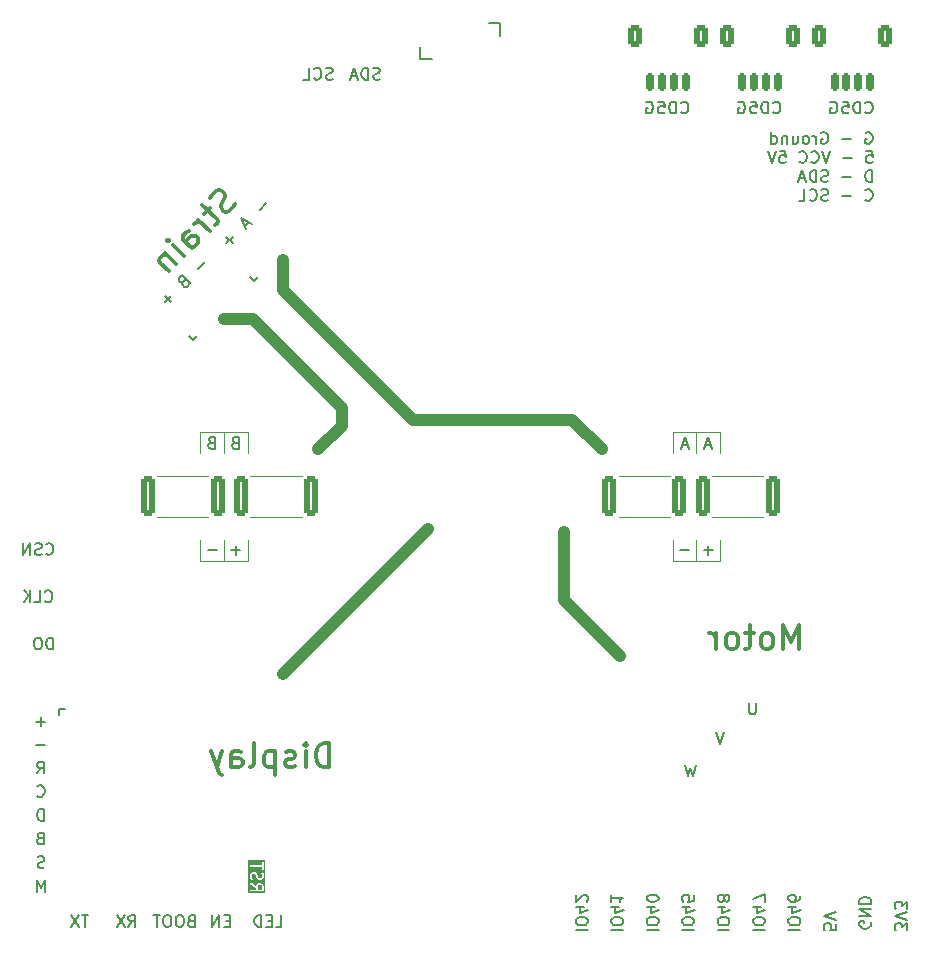
<source format=gbr>
%TF.GenerationSoftware,KiCad,Pcbnew,7.0.10*%
%TF.CreationDate,2024-01-23T14:11:02+00:00*%
%TF.ProjectId,view_base,76696577-5f62-4617-9365-2e6b69636164,rev?*%
%TF.SameCoordinates,Original*%
%TF.FileFunction,Legend,Bot*%
%TF.FilePolarity,Positive*%
%FSLAX46Y46*%
G04 Gerber Fmt 4.6, Leading zero omitted, Abs format (unit mm)*
G04 Created by KiCad (PCBNEW 7.0.10) date 2024-01-23 14:11:02*
%MOMM*%
%LPD*%
G01*
G04 APERTURE LIST*
G04 Aperture macros list*
%AMRoundRect*
0 Rectangle with rounded corners*
0 $1 Rounding radius*
0 $2 $3 $4 $5 $6 $7 $8 $9 X,Y pos of 4 corners*
0 Add a 4 corners polygon primitive as box body*
4,1,4,$2,$3,$4,$5,$6,$7,$8,$9,$2,$3,0*
0 Add four circle primitives for the rounded corners*
1,1,$1+$1,$2,$3*
1,1,$1+$1,$4,$5*
1,1,$1+$1,$6,$7*
1,1,$1+$1,$8,$9*
0 Add four rect primitives between the rounded corners*
20,1,$1+$1,$2,$3,$4,$5,0*
20,1,$1+$1,$4,$5,$6,$7,0*
20,1,$1+$1,$6,$7,$8,$9,0*
20,1,$1+$1,$8,$9,$2,$3,0*%
%AMHorizOval*
0 Thick line with rounded ends*
0 $1 width*
0 $2 $3 position (X,Y) of the first rounded end (center of the circle)*
0 $4 $5 position (X,Y) of the second rounded end (center of the circle)*
0 Add line between two ends*
20,1,$1,$2,$3,$4,$5,0*
0 Add two circle primitives to create the rounded ends*
1,1,$1,$2,$3*
1,1,$1,$4,$5*%
%AMRotRect*
0 Rectangle, with rotation*
0 The origin of the aperture is its center*
0 $1 length*
0 $2 width*
0 $3 Rotation angle, in degrees counterclockwise*
0 Add horizontal line*
21,1,$1,$2,0,0,$3*%
G04 Aperture macros list end*
%ADD10C,0.120000*%
%ADD11C,1.000000*%
%ADD12C,0.150000*%
%ADD13C,0.300000*%
%ADD14C,2.400000*%
%ADD15C,3.500000*%
%ADD16O,1.000000X1.800000*%
%ADD17O,1.000000X2.200000*%
%ADD18O,2.500000X1.250000*%
%ADD19HorizOval,1.250000X-0.441942X0.441942X0.441942X-0.441942X0*%
%ADD20R,0.700000X1.600000*%
%ADD21RotRect,2.100000X2.999999X45.000000*%
%ADD22RotRect,0.800000X1.600000X45.000000*%
%ADD23C,2.000000*%
%ADD24RoundRect,0.250000X0.362500X1.425000X-0.362500X1.425000X-0.362500X-1.425000X0.362500X-1.425000X0*%
%ADD25R,0.650000X1.050000*%
%ADD26RoundRect,0.150000X-0.150000X-0.625000X0.150000X-0.625000X0.150000X0.625000X-0.150000X0.625000X0*%
%ADD27RoundRect,0.250000X-0.350000X-0.650000X0.350000X-0.650000X0.350000X0.650000X-0.350000X0.650000X0*%
%ADD28RoundRect,0.250000X-0.362500X-1.425000X0.362500X-1.425000X0.362500X1.425000X-0.362500X1.425000X0*%
%ADD29RotRect,0.300000X1.800000X315.000000*%
%ADD30RotRect,1.200000X1.075000X315.000000*%
G04 APERTURE END LIST*
D10*
X78000000Y-96300000D02*
X78000000Y-94500000D01*
X78000000Y-103700000D02*
X78000000Y-105500000D01*
X80000000Y-96300000D02*
X80000000Y-94500000D01*
X82000000Y-105500000D02*
X82000000Y-103700000D01*
X78000000Y-105500000D02*
X82000000Y-105500000D01*
X78000000Y-94500000D02*
X82000000Y-94500000D01*
X82000000Y-94500000D02*
X82000000Y-96300000D01*
X80000000Y-105500000D02*
X80000000Y-103700000D01*
D11*
X90000000Y-94000000D02*
X90000000Y-92500000D01*
X96000000Y-93500000D02*
X85000000Y-82500000D01*
D10*
X118000000Y-96300000D02*
X118000000Y-94500000D01*
X118000000Y-94500000D02*
X122000000Y-94500000D01*
D11*
X88000000Y-96000000D02*
X90000000Y-94000000D01*
D10*
X122000000Y-94500000D02*
X122000000Y-96300000D01*
D11*
X109500000Y-93500000D02*
X96000000Y-93500000D01*
X90000000Y-92500000D02*
X82500000Y-85000000D01*
X112000000Y-96000000D02*
X109500000Y-93500000D01*
X108750000Y-103000000D02*
X108750000Y-108750000D01*
D10*
X120000000Y-96300000D02*
X120000000Y-94500000D01*
D11*
X108750000Y-108750000D02*
X113500000Y-113500000D01*
D10*
X118000000Y-103700000D02*
X118000000Y-105500000D01*
X122000000Y-105500000D02*
X122000000Y-103700000D01*
D11*
X85000000Y-82500000D02*
X85000000Y-80000000D01*
D10*
X120000000Y-105500000D02*
X120000000Y-103700000D01*
D11*
X97250000Y-102750000D02*
X85000000Y-115000000D01*
X82500000Y-85000000D02*
X80000000Y-85000000D01*
D10*
X118000000Y-105500000D02*
X122000000Y-105500000D01*
D12*
X78928571Y-95431009D02*
X78785714Y-95478628D01*
X78785714Y-95478628D02*
X78738095Y-95526247D01*
X78738095Y-95526247D02*
X78690476Y-95621485D01*
X78690476Y-95621485D02*
X78690476Y-95764342D01*
X78690476Y-95764342D02*
X78738095Y-95859580D01*
X78738095Y-95859580D02*
X78785714Y-95907200D01*
X78785714Y-95907200D02*
X78880952Y-95954819D01*
X78880952Y-95954819D02*
X79261904Y-95954819D01*
X79261904Y-95954819D02*
X79261904Y-94954819D01*
X79261904Y-94954819D02*
X78928571Y-94954819D01*
X78928571Y-94954819D02*
X78833333Y-95002438D01*
X78833333Y-95002438D02*
X78785714Y-95050057D01*
X78785714Y-95050057D02*
X78738095Y-95145295D01*
X78738095Y-95145295D02*
X78738095Y-95240533D01*
X78738095Y-95240533D02*
X78785714Y-95335771D01*
X78785714Y-95335771D02*
X78833333Y-95383390D01*
X78833333Y-95383390D02*
X78928571Y-95431009D01*
X78928571Y-95431009D02*
X79261904Y-95431009D01*
X80928571Y-95431009D02*
X80785714Y-95478628D01*
X80785714Y-95478628D02*
X80738095Y-95526247D01*
X80738095Y-95526247D02*
X80690476Y-95621485D01*
X80690476Y-95621485D02*
X80690476Y-95764342D01*
X80690476Y-95764342D02*
X80738095Y-95859580D01*
X80738095Y-95859580D02*
X80785714Y-95907200D01*
X80785714Y-95907200D02*
X80880952Y-95954819D01*
X80880952Y-95954819D02*
X81261904Y-95954819D01*
X81261904Y-95954819D02*
X81261904Y-94954819D01*
X81261904Y-94954819D02*
X80928571Y-94954819D01*
X80928571Y-94954819D02*
X80833333Y-95002438D01*
X80833333Y-95002438D02*
X80785714Y-95050057D01*
X80785714Y-95050057D02*
X80738095Y-95145295D01*
X80738095Y-95145295D02*
X80738095Y-95240533D01*
X80738095Y-95240533D02*
X80785714Y-95335771D01*
X80785714Y-95335771D02*
X80833333Y-95383390D01*
X80833333Y-95383390D02*
X80928571Y-95431009D01*
X80928571Y-95431009D02*
X81261904Y-95431009D01*
X79380951Y-104573866D02*
X78619047Y-104573866D01*
X81380951Y-104573866D02*
X80619047Y-104573866D01*
X80999999Y-104954819D02*
X80999999Y-104192914D01*
D13*
X128666666Y-112909638D02*
X128666666Y-110909638D01*
X128666666Y-110909638D02*
X127999999Y-112338209D01*
X127999999Y-112338209D02*
X127333333Y-110909638D01*
X127333333Y-110909638D02*
X127333333Y-112909638D01*
X126095238Y-112909638D02*
X126285714Y-112814400D01*
X126285714Y-112814400D02*
X126380952Y-112719161D01*
X126380952Y-112719161D02*
X126476190Y-112528685D01*
X126476190Y-112528685D02*
X126476190Y-111957257D01*
X126476190Y-111957257D02*
X126380952Y-111766780D01*
X126380952Y-111766780D02*
X126285714Y-111671542D01*
X126285714Y-111671542D02*
X126095238Y-111576304D01*
X126095238Y-111576304D02*
X125809523Y-111576304D01*
X125809523Y-111576304D02*
X125619047Y-111671542D01*
X125619047Y-111671542D02*
X125523809Y-111766780D01*
X125523809Y-111766780D02*
X125428571Y-111957257D01*
X125428571Y-111957257D02*
X125428571Y-112528685D01*
X125428571Y-112528685D02*
X125523809Y-112719161D01*
X125523809Y-112719161D02*
X125619047Y-112814400D01*
X125619047Y-112814400D02*
X125809523Y-112909638D01*
X125809523Y-112909638D02*
X126095238Y-112909638D01*
X124857142Y-111576304D02*
X124095238Y-111576304D01*
X124571428Y-110909638D02*
X124571428Y-112623923D01*
X124571428Y-112623923D02*
X124476190Y-112814400D01*
X124476190Y-112814400D02*
X124285714Y-112909638D01*
X124285714Y-112909638D02*
X124095238Y-112909638D01*
X123142857Y-112909638D02*
X123333333Y-112814400D01*
X123333333Y-112814400D02*
X123428571Y-112719161D01*
X123428571Y-112719161D02*
X123523809Y-112528685D01*
X123523809Y-112528685D02*
X123523809Y-111957257D01*
X123523809Y-111957257D02*
X123428571Y-111766780D01*
X123428571Y-111766780D02*
X123333333Y-111671542D01*
X123333333Y-111671542D02*
X123142857Y-111576304D01*
X123142857Y-111576304D02*
X122857142Y-111576304D01*
X122857142Y-111576304D02*
X122666666Y-111671542D01*
X122666666Y-111671542D02*
X122571428Y-111766780D01*
X122571428Y-111766780D02*
X122476190Y-111957257D01*
X122476190Y-111957257D02*
X122476190Y-112528685D01*
X122476190Y-112528685D02*
X122571428Y-112719161D01*
X122571428Y-112719161D02*
X122666666Y-112814400D01*
X122666666Y-112814400D02*
X122857142Y-112909638D01*
X122857142Y-112909638D02*
X123142857Y-112909638D01*
X121619047Y-112909638D02*
X121619047Y-111576304D01*
X121619047Y-111957257D02*
X121523809Y-111766780D01*
X121523809Y-111766780D02*
X121428571Y-111671542D01*
X121428571Y-111671542D02*
X121238095Y-111576304D01*
X121238095Y-111576304D02*
X121047618Y-111576304D01*
X88904762Y-122909638D02*
X88904762Y-120909638D01*
X88904762Y-120909638D02*
X88428572Y-120909638D01*
X88428572Y-120909638D02*
X88142857Y-121004876D01*
X88142857Y-121004876D02*
X87952381Y-121195352D01*
X87952381Y-121195352D02*
X87857143Y-121385828D01*
X87857143Y-121385828D02*
X87761905Y-121766780D01*
X87761905Y-121766780D02*
X87761905Y-122052495D01*
X87761905Y-122052495D02*
X87857143Y-122433447D01*
X87857143Y-122433447D02*
X87952381Y-122623923D01*
X87952381Y-122623923D02*
X88142857Y-122814400D01*
X88142857Y-122814400D02*
X88428572Y-122909638D01*
X88428572Y-122909638D02*
X88904762Y-122909638D01*
X86904762Y-122909638D02*
X86904762Y-121576304D01*
X86904762Y-120909638D02*
X87000000Y-121004876D01*
X87000000Y-121004876D02*
X86904762Y-121100114D01*
X86904762Y-121100114D02*
X86809524Y-121004876D01*
X86809524Y-121004876D02*
X86904762Y-120909638D01*
X86904762Y-120909638D02*
X86904762Y-121100114D01*
X86047619Y-122814400D02*
X85857143Y-122909638D01*
X85857143Y-122909638D02*
X85476191Y-122909638D01*
X85476191Y-122909638D02*
X85285714Y-122814400D01*
X85285714Y-122814400D02*
X85190476Y-122623923D01*
X85190476Y-122623923D02*
X85190476Y-122528685D01*
X85190476Y-122528685D02*
X85285714Y-122338209D01*
X85285714Y-122338209D02*
X85476191Y-122242971D01*
X85476191Y-122242971D02*
X85761905Y-122242971D01*
X85761905Y-122242971D02*
X85952381Y-122147733D01*
X85952381Y-122147733D02*
X86047619Y-121957257D01*
X86047619Y-121957257D02*
X86047619Y-121862019D01*
X86047619Y-121862019D02*
X85952381Y-121671542D01*
X85952381Y-121671542D02*
X85761905Y-121576304D01*
X85761905Y-121576304D02*
X85476191Y-121576304D01*
X85476191Y-121576304D02*
X85285714Y-121671542D01*
X84333333Y-121576304D02*
X84333333Y-123576304D01*
X84333333Y-121671542D02*
X84142857Y-121576304D01*
X84142857Y-121576304D02*
X83761904Y-121576304D01*
X83761904Y-121576304D02*
X83571428Y-121671542D01*
X83571428Y-121671542D02*
X83476190Y-121766780D01*
X83476190Y-121766780D02*
X83380952Y-121957257D01*
X83380952Y-121957257D02*
X83380952Y-122528685D01*
X83380952Y-122528685D02*
X83476190Y-122719161D01*
X83476190Y-122719161D02*
X83571428Y-122814400D01*
X83571428Y-122814400D02*
X83761904Y-122909638D01*
X83761904Y-122909638D02*
X84142857Y-122909638D01*
X84142857Y-122909638D02*
X84333333Y-122814400D01*
X82238095Y-122909638D02*
X82428571Y-122814400D01*
X82428571Y-122814400D02*
X82523809Y-122623923D01*
X82523809Y-122623923D02*
X82523809Y-120909638D01*
X80619047Y-122909638D02*
X80619047Y-121862019D01*
X80619047Y-121862019D02*
X80714285Y-121671542D01*
X80714285Y-121671542D02*
X80904761Y-121576304D01*
X80904761Y-121576304D02*
X81285714Y-121576304D01*
X81285714Y-121576304D02*
X81476190Y-121671542D01*
X80619047Y-122814400D02*
X80809523Y-122909638D01*
X80809523Y-122909638D02*
X81285714Y-122909638D01*
X81285714Y-122909638D02*
X81476190Y-122814400D01*
X81476190Y-122814400D02*
X81571428Y-122623923D01*
X81571428Y-122623923D02*
X81571428Y-122433447D01*
X81571428Y-122433447D02*
X81476190Y-122242971D01*
X81476190Y-122242971D02*
X81285714Y-122147733D01*
X81285714Y-122147733D02*
X80809523Y-122147733D01*
X80809523Y-122147733D02*
X80619047Y-122052495D01*
X79857142Y-121576304D02*
X79380952Y-122909638D01*
X78904761Y-121576304D02*
X79380952Y-122909638D01*
X79380952Y-122909638D02*
X79571428Y-123385828D01*
X79571428Y-123385828D02*
X79666666Y-123481066D01*
X79666666Y-123481066D02*
X79857142Y-123576304D01*
D12*
X118263220Y-67569819D02*
X118263220Y-66569819D01*
X118263220Y-66569819D02*
X118025125Y-66569819D01*
X118025125Y-66569819D02*
X117882268Y-66617438D01*
X117882268Y-66617438D02*
X117787030Y-66712676D01*
X117787030Y-66712676D02*
X117739411Y-66807914D01*
X117739411Y-66807914D02*
X117691792Y-66998390D01*
X117691792Y-66998390D02*
X117691792Y-67141247D01*
X117691792Y-67141247D02*
X117739411Y-67331723D01*
X117739411Y-67331723D02*
X117787030Y-67426961D01*
X117787030Y-67426961D02*
X117882268Y-67522200D01*
X117882268Y-67522200D02*
X118025125Y-67569819D01*
X118025125Y-67569819D02*
X118263220Y-67569819D01*
X64785713Y-131407200D02*
X64642856Y-131454819D01*
X64642856Y-131454819D02*
X64404761Y-131454819D01*
X64404761Y-131454819D02*
X64309523Y-131407200D01*
X64309523Y-131407200D02*
X64261904Y-131359580D01*
X64261904Y-131359580D02*
X64214285Y-131264342D01*
X64214285Y-131264342D02*
X64214285Y-131169104D01*
X64214285Y-131169104D02*
X64261904Y-131073866D01*
X64261904Y-131073866D02*
X64309523Y-131026247D01*
X64309523Y-131026247D02*
X64404761Y-130978628D01*
X64404761Y-130978628D02*
X64595237Y-130931009D01*
X64595237Y-130931009D02*
X64690475Y-130883390D01*
X64690475Y-130883390D02*
X64738094Y-130835771D01*
X64738094Y-130835771D02*
X64785713Y-130740533D01*
X64785713Y-130740533D02*
X64785713Y-130645295D01*
X64785713Y-130645295D02*
X64738094Y-130550057D01*
X64738094Y-130550057D02*
X64690475Y-130502438D01*
X64690475Y-130502438D02*
X64595237Y-130454819D01*
X64595237Y-130454819D02*
X64357142Y-130454819D01*
X64357142Y-130454819D02*
X64214285Y-130502438D01*
X64190476Y-125359580D02*
X64238095Y-125407200D01*
X64238095Y-125407200D02*
X64380952Y-125454819D01*
X64380952Y-125454819D02*
X64476190Y-125454819D01*
X64476190Y-125454819D02*
X64619047Y-125407200D01*
X64619047Y-125407200D02*
X64714285Y-125311961D01*
X64714285Y-125311961D02*
X64761904Y-125216723D01*
X64761904Y-125216723D02*
X64809523Y-125026247D01*
X64809523Y-125026247D02*
X64809523Y-124883390D01*
X64809523Y-124883390D02*
X64761904Y-124692914D01*
X64761904Y-124692914D02*
X64714285Y-124597676D01*
X64714285Y-124597676D02*
X64619047Y-124502438D01*
X64619047Y-124502438D02*
X64476190Y-124454819D01*
X64476190Y-124454819D02*
X64380952Y-124454819D01*
X64380952Y-124454819D02*
X64238095Y-124502438D01*
X64238095Y-124502438D02*
X64190476Y-124550057D01*
X123539411Y-66617438D02*
X123634649Y-66569819D01*
X123634649Y-66569819D02*
X123777506Y-66569819D01*
X123777506Y-66569819D02*
X123920363Y-66617438D01*
X123920363Y-66617438D02*
X124015601Y-66712676D01*
X124015601Y-66712676D02*
X124063220Y-66807914D01*
X124063220Y-66807914D02*
X124110839Y-66998390D01*
X124110839Y-66998390D02*
X124110839Y-67141247D01*
X124110839Y-67141247D02*
X124063220Y-67331723D01*
X124063220Y-67331723D02*
X124015601Y-67426961D01*
X124015601Y-67426961D02*
X123920363Y-67522200D01*
X123920363Y-67522200D02*
X123777506Y-67569819D01*
X123777506Y-67569819D02*
X123682268Y-67569819D01*
X123682268Y-67569819D02*
X123539411Y-67522200D01*
X123539411Y-67522200D02*
X123491792Y-67474580D01*
X123491792Y-67474580D02*
X123491792Y-67141247D01*
X123491792Y-67141247D02*
X123682268Y-67141247D01*
X115739411Y-66617438D02*
X115834649Y-66569819D01*
X115834649Y-66569819D02*
X115977506Y-66569819D01*
X115977506Y-66569819D02*
X116120363Y-66617438D01*
X116120363Y-66617438D02*
X116215601Y-66712676D01*
X116215601Y-66712676D02*
X116263220Y-66807914D01*
X116263220Y-66807914D02*
X116310839Y-66998390D01*
X116310839Y-66998390D02*
X116310839Y-67141247D01*
X116310839Y-67141247D02*
X116263220Y-67331723D01*
X116263220Y-67331723D02*
X116215601Y-67426961D01*
X116215601Y-67426961D02*
X116120363Y-67522200D01*
X116120363Y-67522200D02*
X115977506Y-67569819D01*
X115977506Y-67569819D02*
X115882268Y-67569819D01*
X115882268Y-67569819D02*
X115739411Y-67522200D01*
X115739411Y-67522200D02*
X115691792Y-67474580D01*
X115691792Y-67474580D02*
X115691792Y-67141247D01*
X115691792Y-67141247D02*
X115882268Y-67141247D01*
X64833332Y-133454819D02*
X64833332Y-132454819D01*
X64833332Y-132454819D02*
X64499999Y-133169104D01*
X64499999Y-133169104D02*
X64166666Y-132454819D01*
X64166666Y-132454819D02*
X64166666Y-133454819D01*
X126491792Y-67474580D02*
X126539411Y-67522200D01*
X126539411Y-67522200D02*
X126682268Y-67569819D01*
X126682268Y-67569819D02*
X126777506Y-67569819D01*
X126777506Y-67569819D02*
X126920363Y-67522200D01*
X126920363Y-67522200D02*
X127015601Y-67426961D01*
X127015601Y-67426961D02*
X127063220Y-67331723D01*
X127063220Y-67331723D02*
X127110839Y-67141247D01*
X127110839Y-67141247D02*
X127110839Y-66998390D01*
X127110839Y-66998390D02*
X127063220Y-66807914D01*
X127063220Y-66807914D02*
X127015601Y-66712676D01*
X127015601Y-66712676D02*
X126920363Y-66617438D01*
X126920363Y-66617438D02*
X126777506Y-66569819D01*
X126777506Y-66569819D02*
X126682268Y-66569819D01*
X126682268Y-66569819D02*
X126539411Y-66617438D01*
X126539411Y-66617438D02*
X126491792Y-66665057D01*
X126063220Y-67569819D02*
X126063220Y-66569819D01*
X126063220Y-66569819D02*
X125825125Y-66569819D01*
X125825125Y-66569819D02*
X125682268Y-66617438D01*
X125682268Y-66617438D02*
X125587030Y-66712676D01*
X125587030Y-66712676D02*
X125539411Y-66807914D01*
X125539411Y-66807914D02*
X125491792Y-66998390D01*
X125491792Y-66998390D02*
X125491792Y-67141247D01*
X125491792Y-67141247D02*
X125539411Y-67331723D01*
X125539411Y-67331723D02*
X125587030Y-67426961D01*
X125587030Y-67426961D02*
X125682268Y-67522200D01*
X125682268Y-67522200D02*
X125825125Y-67569819D01*
X125825125Y-67569819D02*
X126063220Y-67569819D01*
X121380951Y-104573866D02*
X120619047Y-104573866D01*
X120999999Y-104954819D02*
X120999999Y-104192914D01*
X132387030Y-66569819D02*
X132863220Y-66569819D01*
X132863220Y-66569819D02*
X132910839Y-67046009D01*
X132910839Y-67046009D02*
X132863220Y-66998390D01*
X132863220Y-66998390D02*
X132767982Y-66950771D01*
X132767982Y-66950771D02*
X132529887Y-66950771D01*
X132529887Y-66950771D02*
X132434649Y-66998390D01*
X132434649Y-66998390D02*
X132387030Y-67046009D01*
X132387030Y-67046009D02*
X132339411Y-67141247D01*
X132339411Y-67141247D02*
X132339411Y-67379342D01*
X132339411Y-67379342D02*
X132387030Y-67474580D01*
X132387030Y-67474580D02*
X132434649Y-67522200D01*
X132434649Y-67522200D02*
X132529887Y-67569819D01*
X132529887Y-67569819D02*
X132767982Y-67569819D01*
X132767982Y-67569819D02*
X132863220Y-67522200D01*
X132863220Y-67522200D02*
X132910839Y-67474580D01*
G36*
X83155515Y-132906877D02*
G01*
X83185922Y-132937284D01*
X83220180Y-133005800D01*
X83220180Y-133294047D01*
X82846371Y-133294047D01*
X82846371Y-133005800D01*
X82880629Y-132937284D01*
X82911036Y-132906877D01*
X82979552Y-132872619D01*
X83086999Y-132872619D01*
X83155515Y-132906877D01*
G37*
G36*
X83513037Y-133586904D02*
G01*
X82077323Y-133586904D01*
X82077323Y-132791093D01*
X82220464Y-132791093D01*
X82233749Y-132840646D01*
X82252170Y-132859061D01*
X82696371Y-133170001D01*
X82696371Y-133294047D01*
X82295180Y-133294047D01*
X82246971Y-133311594D01*
X82221319Y-133356023D01*
X82230228Y-133406547D01*
X82269528Y-133439524D01*
X82295180Y-133444047D01*
X83295180Y-133444047D01*
X83313488Y-133437383D01*
X83332680Y-133433999D01*
X83337030Y-133428814D01*
X83343389Y-133426500D01*
X83353131Y-133409626D01*
X83365657Y-133394699D01*
X83367374Y-133384956D01*
X83369041Y-133382071D01*
X83368462Y-133378788D01*
X83370180Y-133369047D01*
X83370180Y-132988095D01*
X83368646Y-132983881D01*
X83369688Y-132979520D01*
X83362262Y-132954554D01*
X83314643Y-132859316D01*
X83313453Y-132858190D01*
X83300594Y-132839824D01*
X83252975Y-132792205D01*
X83251493Y-132791514D01*
X83233483Y-132778156D01*
X83138245Y-132730537D01*
X83133791Y-132730024D01*
X83130356Y-132727142D01*
X83104704Y-132722619D01*
X82961847Y-132722619D01*
X82957633Y-132724152D01*
X82953272Y-132723111D01*
X82928306Y-132730537D01*
X82833068Y-132778156D01*
X82831942Y-132779345D01*
X82813576Y-132792205D01*
X82765957Y-132839824D01*
X82765266Y-132841305D01*
X82751908Y-132859316D01*
X82704289Y-132954554D01*
X82703776Y-132959007D01*
X82700894Y-132962443D01*
X82696558Y-132987034D01*
X82338190Y-132736177D01*
X82288633Y-132722906D01*
X82242139Y-132744593D01*
X82220464Y-132791093D01*
X82077323Y-132791093D01*
X82077323Y-132273809D01*
X82220180Y-132273809D01*
X82220739Y-132275346D01*
X82224029Y-132297527D01*
X82271649Y-132440384D01*
X82303541Y-132480570D01*
X82353802Y-132490855D01*
X82398916Y-132466426D01*
X82417772Y-132418715D01*
X82413951Y-132392949D01*
X82370180Y-132261637D01*
X82370180Y-132053420D01*
X82404438Y-131984903D01*
X82434846Y-131954496D01*
X82503362Y-131920238D01*
X82563190Y-131920238D01*
X82631706Y-131954496D01*
X82662113Y-131984903D01*
X82700606Y-132061890D01*
X82746229Y-132244380D01*
X82748217Y-132247324D01*
X82751908Y-132259731D01*
X82799527Y-132354969D01*
X82800716Y-132356094D01*
X82813576Y-132374461D01*
X82861195Y-132422080D01*
X82862676Y-132422771D01*
X82880687Y-132436129D01*
X82975925Y-132483748D01*
X82980378Y-132484260D01*
X82983814Y-132487143D01*
X83009466Y-132491666D01*
X83104704Y-132491666D01*
X83108917Y-132490132D01*
X83113278Y-132491174D01*
X83138245Y-132483748D01*
X83233483Y-132436129D01*
X83234608Y-132434939D01*
X83252975Y-132422080D01*
X83300594Y-132374461D01*
X83301285Y-132372979D01*
X83314643Y-132354969D01*
X83362262Y-132259731D01*
X83362774Y-132255277D01*
X83365657Y-132251842D01*
X83370180Y-132226190D01*
X83370180Y-131988095D01*
X83369620Y-131986557D01*
X83366331Y-131964377D01*
X83318712Y-131821521D01*
X83286821Y-131781335D01*
X83236560Y-131771049D01*
X83191446Y-131795478D01*
X83172589Y-131843189D01*
X83176410Y-131868955D01*
X83220180Y-132000265D01*
X83220180Y-132208485D01*
X83185922Y-132277001D01*
X83155515Y-132307408D01*
X83086999Y-132341666D01*
X83027171Y-132341666D01*
X82958655Y-132307408D01*
X82928248Y-132277001D01*
X82889754Y-132200014D01*
X82844132Y-132017524D01*
X82842143Y-132014579D01*
X82838453Y-132002173D01*
X82790834Y-131906935D01*
X82789644Y-131905809D01*
X82776785Y-131887443D01*
X82729166Y-131839824D01*
X82727684Y-131839133D01*
X82709674Y-131825775D01*
X82614436Y-131778156D01*
X82609982Y-131777643D01*
X82606547Y-131774761D01*
X82580895Y-131770238D01*
X82485657Y-131770238D01*
X82481443Y-131771771D01*
X82477082Y-131770730D01*
X82452116Y-131778156D01*
X82356878Y-131825775D01*
X82355752Y-131826964D01*
X82337386Y-131839824D01*
X82289767Y-131887443D01*
X82289075Y-131888925D01*
X82275718Y-131906934D01*
X82228098Y-132002172D01*
X82227585Y-132006626D01*
X82224703Y-132010062D01*
X82220180Y-132035714D01*
X82220180Y-132273809D01*
X82077323Y-132273809D01*
X82077323Y-131260785D01*
X82221319Y-131260785D01*
X82230228Y-131311309D01*
X82269528Y-131344286D01*
X82295180Y-131348809D01*
X83220180Y-131348809D01*
X83220180Y-131559523D01*
X83237727Y-131607732D01*
X83282156Y-131633384D01*
X83332680Y-131624475D01*
X83365657Y-131585175D01*
X83370180Y-131559523D01*
X83370180Y-130988095D01*
X83352633Y-130939886D01*
X83308204Y-130914234D01*
X83257680Y-130923143D01*
X83224703Y-130962443D01*
X83220180Y-130988095D01*
X83220180Y-131198809D01*
X82295180Y-131198809D01*
X82246971Y-131216356D01*
X82221319Y-131260785D01*
X82077323Y-131260785D01*
X82077323Y-130771377D01*
X83513037Y-130771377D01*
X83513037Y-133586904D01*
G37*
X121238094Y-95669104D02*
X120761904Y-95669104D01*
X121333332Y-95954819D02*
X120999999Y-94954819D01*
X120999999Y-94954819D02*
X120666666Y-95954819D01*
X64880951Y-119073866D02*
X64119047Y-119073866D01*
X64499999Y-119454819D02*
X64499999Y-118692914D01*
X134339411Y-69187438D02*
X134434649Y-69139819D01*
X134434649Y-69139819D02*
X134577506Y-69139819D01*
X134577506Y-69139819D02*
X134720363Y-69187438D01*
X134720363Y-69187438D02*
X134815601Y-69282676D01*
X134815601Y-69282676D02*
X134863220Y-69377914D01*
X134863220Y-69377914D02*
X134910839Y-69568390D01*
X134910839Y-69568390D02*
X134910839Y-69711247D01*
X134910839Y-69711247D02*
X134863220Y-69901723D01*
X134863220Y-69901723D02*
X134815601Y-69996961D01*
X134815601Y-69996961D02*
X134720363Y-70092200D01*
X134720363Y-70092200D02*
X134577506Y-70139819D01*
X134577506Y-70139819D02*
X134482268Y-70139819D01*
X134482268Y-70139819D02*
X134339411Y-70092200D01*
X134339411Y-70092200D02*
X134291792Y-70044580D01*
X134291792Y-70044580D02*
X134291792Y-69711247D01*
X134291792Y-69711247D02*
X134482268Y-69711247D01*
X133101315Y-69758866D02*
X132339411Y-69758866D01*
X130577506Y-69187438D02*
X130672744Y-69139819D01*
X130672744Y-69139819D02*
X130815601Y-69139819D01*
X130815601Y-69139819D02*
X130958458Y-69187438D01*
X130958458Y-69187438D02*
X131053696Y-69282676D01*
X131053696Y-69282676D02*
X131101315Y-69377914D01*
X131101315Y-69377914D02*
X131148934Y-69568390D01*
X131148934Y-69568390D02*
X131148934Y-69711247D01*
X131148934Y-69711247D02*
X131101315Y-69901723D01*
X131101315Y-69901723D02*
X131053696Y-69996961D01*
X131053696Y-69996961D02*
X130958458Y-70092200D01*
X130958458Y-70092200D02*
X130815601Y-70139819D01*
X130815601Y-70139819D02*
X130720363Y-70139819D01*
X130720363Y-70139819D02*
X130577506Y-70092200D01*
X130577506Y-70092200D02*
X130529887Y-70044580D01*
X130529887Y-70044580D02*
X130529887Y-69711247D01*
X130529887Y-69711247D02*
X130720363Y-69711247D01*
X130101315Y-70139819D02*
X130101315Y-69473152D01*
X130101315Y-69663628D02*
X130053696Y-69568390D01*
X130053696Y-69568390D02*
X130006077Y-69520771D01*
X130006077Y-69520771D02*
X129910839Y-69473152D01*
X129910839Y-69473152D02*
X129815601Y-69473152D01*
X129339410Y-70139819D02*
X129434648Y-70092200D01*
X129434648Y-70092200D02*
X129482267Y-70044580D01*
X129482267Y-70044580D02*
X129529886Y-69949342D01*
X129529886Y-69949342D02*
X129529886Y-69663628D01*
X129529886Y-69663628D02*
X129482267Y-69568390D01*
X129482267Y-69568390D02*
X129434648Y-69520771D01*
X129434648Y-69520771D02*
X129339410Y-69473152D01*
X129339410Y-69473152D02*
X129196553Y-69473152D01*
X129196553Y-69473152D02*
X129101315Y-69520771D01*
X129101315Y-69520771D02*
X129053696Y-69568390D01*
X129053696Y-69568390D02*
X129006077Y-69663628D01*
X129006077Y-69663628D02*
X129006077Y-69949342D01*
X129006077Y-69949342D02*
X129053696Y-70044580D01*
X129053696Y-70044580D02*
X129101315Y-70092200D01*
X129101315Y-70092200D02*
X129196553Y-70139819D01*
X129196553Y-70139819D02*
X129339410Y-70139819D01*
X128148934Y-69473152D02*
X128148934Y-70139819D01*
X128577505Y-69473152D02*
X128577505Y-69996961D01*
X128577505Y-69996961D02*
X128529886Y-70092200D01*
X128529886Y-70092200D02*
X128434648Y-70139819D01*
X128434648Y-70139819D02*
X128291791Y-70139819D01*
X128291791Y-70139819D02*
X128196553Y-70092200D01*
X128196553Y-70092200D02*
X128148934Y-70044580D01*
X127672743Y-69473152D02*
X127672743Y-70139819D01*
X127672743Y-69568390D02*
X127625124Y-69520771D01*
X127625124Y-69520771D02*
X127529886Y-69473152D01*
X127529886Y-69473152D02*
X127387029Y-69473152D01*
X127387029Y-69473152D02*
X127291791Y-69520771D01*
X127291791Y-69520771D02*
X127244172Y-69616009D01*
X127244172Y-69616009D02*
X127244172Y-70139819D01*
X126339410Y-70139819D02*
X126339410Y-69139819D01*
X126339410Y-70092200D02*
X126434648Y-70139819D01*
X126434648Y-70139819D02*
X126625124Y-70139819D01*
X126625124Y-70139819D02*
X126720362Y-70092200D01*
X126720362Y-70092200D02*
X126767981Y-70044580D01*
X126767981Y-70044580D02*
X126815600Y-69949342D01*
X126815600Y-69949342D02*
X126815600Y-69663628D01*
X126815600Y-69663628D02*
X126767981Y-69568390D01*
X126767981Y-69568390D02*
X126720362Y-69520771D01*
X126720362Y-69520771D02*
X126625124Y-69473152D01*
X126625124Y-69473152D02*
X126434648Y-69473152D01*
X126434648Y-69473152D02*
X126339410Y-69520771D01*
X134387030Y-70749819D02*
X134863220Y-70749819D01*
X134863220Y-70749819D02*
X134910839Y-71226009D01*
X134910839Y-71226009D02*
X134863220Y-71178390D01*
X134863220Y-71178390D02*
X134767982Y-71130771D01*
X134767982Y-71130771D02*
X134529887Y-71130771D01*
X134529887Y-71130771D02*
X134434649Y-71178390D01*
X134434649Y-71178390D02*
X134387030Y-71226009D01*
X134387030Y-71226009D02*
X134339411Y-71321247D01*
X134339411Y-71321247D02*
X134339411Y-71559342D01*
X134339411Y-71559342D02*
X134387030Y-71654580D01*
X134387030Y-71654580D02*
X134434649Y-71702200D01*
X134434649Y-71702200D02*
X134529887Y-71749819D01*
X134529887Y-71749819D02*
X134767982Y-71749819D01*
X134767982Y-71749819D02*
X134863220Y-71702200D01*
X134863220Y-71702200D02*
X134910839Y-71654580D01*
X133148934Y-71368866D02*
X132387030Y-71368866D01*
X131291791Y-70749819D02*
X130958458Y-71749819D01*
X130958458Y-71749819D02*
X130625125Y-70749819D01*
X129720363Y-71654580D02*
X129767982Y-71702200D01*
X129767982Y-71702200D02*
X129910839Y-71749819D01*
X129910839Y-71749819D02*
X130006077Y-71749819D01*
X130006077Y-71749819D02*
X130148934Y-71702200D01*
X130148934Y-71702200D02*
X130244172Y-71606961D01*
X130244172Y-71606961D02*
X130291791Y-71511723D01*
X130291791Y-71511723D02*
X130339410Y-71321247D01*
X130339410Y-71321247D02*
X130339410Y-71178390D01*
X130339410Y-71178390D02*
X130291791Y-70987914D01*
X130291791Y-70987914D02*
X130244172Y-70892676D01*
X130244172Y-70892676D02*
X130148934Y-70797438D01*
X130148934Y-70797438D02*
X130006077Y-70749819D01*
X130006077Y-70749819D02*
X129910839Y-70749819D01*
X129910839Y-70749819D02*
X129767982Y-70797438D01*
X129767982Y-70797438D02*
X129720363Y-70845057D01*
X128720363Y-71654580D02*
X128767982Y-71702200D01*
X128767982Y-71702200D02*
X128910839Y-71749819D01*
X128910839Y-71749819D02*
X129006077Y-71749819D01*
X129006077Y-71749819D02*
X129148934Y-71702200D01*
X129148934Y-71702200D02*
X129244172Y-71606961D01*
X129244172Y-71606961D02*
X129291791Y-71511723D01*
X129291791Y-71511723D02*
X129339410Y-71321247D01*
X129339410Y-71321247D02*
X129339410Y-71178390D01*
X129339410Y-71178390D02*
X129291791Y-70987914D01*
X129291791Y-70987914D02*
X129244172Y-70892676D01*
X129244172Y-70892676D02*
X129148934Y-70797438D01*
X129148934Y-70797438D02*
X129006077Y-70749819D01*
X129006077Y-70749819D02*
X128910839Y-70749819D01*
X128910839Y-70749819D02*
X128767982Y-70797438D01*
X128767982Y-70797438D02*
X128720363Y-70845057D01*
X127053696Y-70749819D02*
X127529886Y-70749819D01*
X127529886Y-70749819D02*
X127577505Y-71226009D01*
X127577505Y-71226009D02*
X127529886Y-71178390D01*
X127529886Y-71178390D02*
X127434648Y-71130771D01*
X127434648Y-71130771D02*
X127196553Y-71130771D01*
X127196553Y-71130771D02*
X127101315Y-71178390D01*
X127101315Y-71178390D02*
X127053696Y-71226009D01*
X127053696Y-71226009D02*
X127006077Y-71321247D01*
X127006077Y-71321247D02*
X127006077Y-71559342D01*
X127006077Y-71559342D02*
X127053696Y-71654580D01*
X127053696Y-71654580D02*
X127101315Y-71702200D01*
X127101315Y-71702200D02*
X127196553Y-71749819D01*
X127196553Y-71749819D02*
X127434648Y-71749819D01*
X127434648Y-71749819D02*
X127529886Y-71702200D01*
X127529886Y-71702200D02*
X127577505Y-71654580D01*
X126720362Y-70749819D02*
X126387029Y-71749819D01*
X126387029Y-71749819D02*
X126053696Y-70749819D01*
X134863220Y-73359819D02*
X134863220Y-72359819D01*
X134863220Y-72359819D02*
X134625125Y-72359819D01*
X134625125Y-72359819D02*
X134482268Y-72407438D01*
X134482268Y-72407438D02*
X134387030Y-72502676D01*
X134387030Y-72502676D02*
X134339411Y-72597914D01*
X134339411Y-72597914D02*
X134291792Y-72788390D01*
X134291792Y-72788390D02*
X134291792Y-72931247D01*
X134291792Y-72931247D02*
X134339411Y-73121723D01*
X134339411Y-73121723D02*
X134387030Y-73216961D01*
X134387030Y-73216961D02*
X134482268Y-73312200D01*
X134482268Y-73312200D02*
X134625125Y-73359819D01*
X134625125Y-73359819D02*
X134863220Y-73359819D01*
X133101315Y-72978866D02*
X132339411Y-72978866D01*
X131148934Y-73312200D02*
X131006077Y-73359819D01*
X131006077Y-73359819D02*
X130767982Y-73359819D01*
X130767982Y-73359819D02*
X130672744Y-73312200D01*
X130672744Y-73312200D02*
X130625125Y-73264580D01*
X130625125Y-73264580D02*
X130577506Y-73169342D01*
X130577506Y-73169342D02*
X130577506Y-73074104D01*
X130577506Y-73074104D02*
X130625125Y-72978866D01*
X130625125Y-72978866D02*
X130672744Y-72931247D01*
X130672744Y-72931247D02*
X130767982Y-72883628D01*
X130767982Y-72883628D02*
X130958458Y-72836009D01*
X130958458Y-72836009D02*
X131053696Y-72788390D01*
X131053696Y-72788390D02*
X131101315Y-72740771D01*
X131101315Y-72740771D02*
X131148934Y-72645533D01*
X131148934Y-72645533D02*
X131148934Y-72550295D01*
X131148934Y-72550295D02*
X131101315Y-72455057D01*
X131101315Y-72455057D02*
X131053696Y-72407438D01*
X131053696Y-72407438D02*
X130958458Y-72359819D01*
X130958458Y-72359819D02*
X130720363Y-72359819D01*
X130720363Y-72359819D02*
X130577506Y-72407438D01*
X130148934Y-73359819D02*
X130148934Y-72359819D01*
X130148934Y-72359819D02*
X129910839Y-72359819D01*
X129910839Y-72359819D02*
X129767982Y-72407438D01*
X129767982Y-72407438D02*
X129672744Y-72502676D01*
X129672744Y-72502676D02*
X129625125Y-72597914D01*
X129625125Y-72597914D02*
X129577506Y-72788390D01*
X129577506Y-72788390D02*
X129577506Y-72931247D01*
X129577506Y-72931247D02*
X129625125Y-73121723D01*
X129625125Y-73121723D02*
X129672744Y-73216961D01*
X129672744Y-73216961D02*
X129767982Y-73312200D01*
X129767982Y-73312200D02*
X129910839Y-73359819D01*
X129910839Y-73359819D02*
X130148934Y-73359819D01*
X129196553Y-73074104D02*
X128720363Y-73074104D01*
X129291791Y-73359819D02*
X128958458Y-72359819D01*
X128958458Y-72359819D02*
X128625125Y-73359819D01*
X134291792Y-74874580D02*
X134339411Y-74922200D01*
X134339411Y-74922200D02*
X134482268Y-74969819D01*
X134482268Y-74969819D02*
X134577506Y-74969819D01*
X134577506Y-74969819D02*
X134720363Y-74922200D01*
X134720363Y-74922200D02*
X134815601Y-74826961D01*
X134815601Y-74826961D02*
X134863220Y-74731723D01*
X134863220Y-74731723D02*
X134910839Y-74541247D01*
X134910839Y-74541247D02*
X134910839Y-74398390D01*
X134910839Y-74398390D02*
X134863220Y-74207914D01*
X134863220Y-74207914D02*
X134815601Y-74112676D01*
X134815601Y-74112676D02*
X134720363Y-74017438D01*
X134720363Y-74017438D02*
X134577506Y-73969819D01*
X134577506Y-73969819D02*
X134482268Y-73969819D01*
X134482268Y-73969819D02*
X134339411Y-74017438D01*
X134339411Y-74017438D02*
X134291792Y-74065057D01*
X133101315Y-74588866D02*
X132339411Y-74588866D01*
X131148934Y-74922200D02*
X131006077Y-74969819D01*
X131006077Y-74969819D02*
X130767982Y-74969819D01*
X130767982Y-74969819D02*
X130672744Y-74922200D01*
X130672744Y-74922200D02*
X130625125Y-74874580D01*
X130625125Y-74874580D02*
X130577506Y-74779342D01*
X130577506Y-74779342D02*
X130577506Y-74684104D01*
X130577506Y-74684104D02*
X130625125Y-74588866D01*
X130625125Y-74588866D02*
X130672744Y-74541247D01*
X130672744Y-74541247D02*
X130767982Y-74493628D01*
X130767982Y-74493628D02*
X130958458Y-74446009D01*
X130958458Y-74446009D02*
X131053696Y-74398390D01*
X131053696Y-74398390D02*
X131101315Y-74350771D01*
X131101315Y-74350771D02*
X131148934Y-74255533D01*
X131148934Y-74255533D02*
X131148934Y-74160295D01*
X131148934Y-74160295D02*
X131101315Y-74065057D01*
X131101315Y-74065057D02*
X131053696Y-74017438D01*
X131053696Y-74017438D02*
X130958458Y-73969819D01*
X130958458Y-73969819D02*
X130720363Y-73969819D01*
X130720363Y-73969819D02*
X130577506Y-74017438D01*
X129577506Y-74874580D02*
X129625125Y-74922200D01*
X129625125Y-74922200D02*
X129767982Y-74969819D01*
X129767982Y-74969819D02*
X129863220Y-74969819D01*
X129863220Y-74969819D02*
X130006077Y-74922200D01*
X130006077Y-74922200D02*
X130101315Y-74826961D01*
X130101315Y-74826961D02*
X130148934Y-74731723D01*
X130148934Y-74731723D02*
X130196553Y-74541247D01*
X130196553Y-74541247D02*
X130196553Y-74398390D01*
X130196553Y-74398390D02*
X130148934Y-74207914D01*
X130148934Y-74207914D02*
X130101315Y-74112676D01*
X130101315Y-74112676D02*
X130006077Y-74017438D01*
X130006077Y-74017438D02*
X129863220Y-73969819D01*
X129863220Y-73969819D02*
X129767982Y-73969819D01*
X129767982Y-73969819D02*
X129625125Y-74017438D01*
X129625125Y-74017438D02*
X129577506Y-74065057D01*
X128672744Y-74969819D02*
X129148934Y-74969819D01*
X129148934Y-74969819D02*
X129148934Y-73969819D01*
X64190476Y-123454819D02*
X64523809Y-122978628D01*
X64761904Y-123454819D02*
X64761904Y-122454819D01*
X64761904Y-122454819D02*
X64380952Y-122454819D01*
X64380952Y-122454819D02*
X64285714Y-122502438D01*
X64285714Y-122502438D02*
X64238095Y-122550057D01*
X64238095Y-122550057D02*
X64190476Y-122645295D01*
X64190476Y-122645295D02*
X64190476Y-122788152D01*
X64190476Y-122788152D02*
X64238095Y-122883390D01*
X64238095Y-122883390D02*
X64285714Y-122931009D01*
X64285714Y-122931009D02*
X64380952Y-122978628D01*
X64380952Y-122978628D02*
X64761904Y-122978628D01*
X64428571Y-128931009D02*
X64285714Y-128978628D01*
X64285714Y-128978628D02*
X64238095Y-129026247D01*
X64238095Y-129026247D02*
X64190476Y-129121485D01*
X64190476Y-129121485D02*
X64190476Y-129264342D01*
X64190476Y-129264342D02*
X64238095Y-129359580D01*
X64238095Y-129359580D02*
X64285714Y-129407200D01*
X64285714Y-129407200D02*
X64380952Y-129454819D01*
X64380952Y-129454819D02*
X64761904Y-129454819D01*
X64761904Y-129454819D02*
X64761904Y-128454819D01*
X64761904Y-128454819D02*
X64428571Y-128454819D01*
X64428571Y-128454819D02*
X64333333Y-128502438D01*
X64333333Y-128502438D02*
X64285714Y-128550057D01*
X64285714Y-128550057D02*
X64238095Y-128645295D01*
X64238095Y-128645295D02*
X64238095Y-128740533D01*
X64238095Y-128740533D02*
X64285714Y-128835771D01*
X64285714Y-128835771D02*
X64333333Y-128883390D01*
X64333333Y-128883390D02*
X64428571Y-128931009D01*
X64428571Y-128931009D02*
X64761904Y-128931009D01*
X119238094Y-95669104D02*
X118761904Y-95669104D01*
X119333332Y-95954819D02*
X118999999Y-94954819D01*
X118999999Y-94954819D02*
X118666666Y-95954819D01*
X116787030Y-66569819D02*
X117263220Y-66569819D01*
X117263220Y-66569819D02*
X117310839Y-67046009D01*
X117310839Y-67046009D02*
X117263220Y-66998390D01*
X117263220Y-66998390D02*
X117167982Y-66950771D01*
X117167982Y-66950771D02*
X116929887Y-66950771D01*
X116929887Y-66950771D02*
X116834649Y-66998390D01*
X116834649Y-66998390D02*
X116787030Y-67046009D01*
X116787030Y-67046009D02*
X116739411Y-67141247D01*
X116739411Y-67141247D02*
X116739411Y-67379342D01*
X116739411Y-67379342D02*
X116787030Y-67474580D01*
X116787030Y-67474580D02*
X116834649Y-67522200D01*
X116834649Y-67522200D02*
X116929887Y-67569819D01*
X116929887Y-67569819D02*
X117167982Y-67569819D01*
X117167982Y-67569819D02*
X117263220Y-67522200D01*
X117263220Y-67522200D02*
X117310839Y-67474580D01*
X119380951Y-104573866D02*
X118619047Y-104573866D01*
X64761904Y-127454819D02*
X64761904Y-126454819D01*
X64761904Y-126454819D02*
X64523809Y-126454819D01*
X64523809Y-126454819D02*
X64380952Y-126502438D01*
X64380952Y-126502438D02*
X64285714Y-126597676D01*
X64285714Y-126597676D02*
X64238095Y-126692914D01*
X64238095Y-126692914D02*
X64190476Y-126883390D01*
X64190476Y-126883390D02*
X64190476Y-127026247D01*
X64190476Y-127026247D02*
X64238095Y-127216723D01*
X64238095Y-127216723D02*
X64285714Y-127311961D01*
X64285714Y-127311961D02*
X64380952Y-127407200D01*
X64380952Y-127407200D02*
X64523809Y-127454819D01*
X64523809Y-127454819D02*
X64761904Y-127454819D01*
X134291792Y-67474580D02*
X134339411Y-67522200D01*
X134339411Y-67522200D02*
X134482268Y-67569819D01*
X134482268Y-67569819D02*
X134577506Y-67569819D01*
X134577506Y-67569819D02*
X134720363Y-67522200D01*
X134720363Y-67522200D02*
X134815601Y-67426961D01*
X134815601Y-67426961D02*
X134863220Y-67331723D01*
X134863220Y-67331723D02*
X134910839Y-67141247D01*
X134910839Y-67141247D02*
X134910839Y-66998390D01*
X134910839Y-66998390D02*
X134863220Y-66807914D01*
X134863220Y-66807914D02*
X134815601Y-66712676D01*
X134815601Y-66712676D02*
X134720363Y-66617438D01*
X134720363Y-66617438D02*
X134577506Y-66569819D01*
X134577506Y-66569819D02*
X134482268Y-66569819D01*
X134482268Y-66569819D02*
X134339411Y-66617438D01*
X134339411Y-66617438D02*
X134291792Y-66665057D01*
X64880951Y-121073866D02*
X64119047Y-121073866D01*
X131339411Y-66617438D02*
X131434649Y-66569819D01*
X131434649Y-66569819D02*
X131577506Y-66569819D01*
X131577506Y-66569819D02*
X131720363Y-66617438D01*
X131720363Y-66617438D02*
X131815601Y-66712676D01*
X131815601Y-66712676D02*
X131863220Y-66807914D01*
X131863220Y-66807914D02*
X131910839Y-66998390D01*
X131910839Y-66998390D02*
X131910839Y-67141247D01*
X131910839Y-67141247D02*
X131863220Y-67331723D01*
X131863220Y-67331723D02*
X131815601Y-67426961D01*
X131815601Y-67426961D02*
X131720363Y-67522200D01*
X131720363Y-67522200D02*
X131577506Y-67569819D01*
X131577506Y-67569819D02*
X131482268Y-67569819D01*
X131482268Y-67569819D02*
X131339411Y-67522200D01*
X131339411Y-67522200D02*
X131291792Y-67474580D01*
X131291792Y-67474580D02*
X131291792Y-67141247D01*
X131291792Y-67141247D02*
X131482268Y-67141247D01*
D13*
X80937966Y-75213769D02*
X80803279Y-75483143D01*
X80803279Y-75483143D02*
X80466561Y-75819860D01*
X80466561Y-75819860D02*
X80264531Y-75887204D01*
X80264531Y-75887204D02*
X80129844Y-75887204D01*
X80129844Y-75887204D02*
X79927813Y-75819860D01*
X79927813Y-75819860D02*
X79793126Y-75685173D01*
X79793126Y-75685173D02*
X79725783Y-75483143D01*
X79725783Y-75483143D02*
X79725783Y-75348456D01*
X79725783Y-75348456D02*
X79793126Y-75146425D01*
X79793126Y-75146425D02*
X79995157Y-74809708D01*
X79995157Y-74809708D02*
X80062500Y-74607677D01*
X80062500Y-74607677D02*
X80062500Y-74472990D01*
X80062500Y-74472990D02*
X79995157Y-74270960D01*
X79995157Y-74270960D02*
X79860470Y-74136273D01*
X79860470Y-74136273D02*
X79658439Y-74068929D01*
X79658439Y-74068929D02*
X79523752Y-74068929D01*
X79523752Y-74068929D02*
X79321722Y-74136273D01*
X79321722Y-74136273D02*
X78985004Y-74472990D01*
X78985004Y-74472990D02*
X78850317Y-74742364D01*
X78850317Y-75550486D02*
X78311569Y-76089234D01*
X78176882Y-75281112D02*
X79389065Y-76493295D01*
X79389065Y-76493295D02*
X79456409Y-76695326D01*
X79456409Y-76695326D02*
X79389065Y-76897356D01*
X79389065Y-76897356D02*
X79254378Y-77032043D01*
X78782974Y-77503448D02*
X77840165Y-76560639D01*
X78109539Y-76830013D02*
X77907508Y-76762669D01*
X77907508Y-76762669D02*
X77772821Y-76762669D01*
X77772821Y-76762669D02*
X77570791Y-76830013D01*
X77570791Y-76830013D02*
X77436104Y-76964700D01*
X77301417Y-78985005D02*
X76560638Y-78244226D01*
X76560638Y-78244226D02*
X76493295Y-78042196D01*
X76493295Y-78042196D02*
X76560638Y-77840165D01*
X76560638Y-77840165D02*
X76830012Y-77570791D01*
X76830012Y-77570791D02*
X77032043Y-77503448D01*
X77234073Y-78917661D02*
X77436104Y-78850318D01*
X77436104Y-78850318D02*
X77772821Y-78513600D01*
X77772821Y-78513600D02*
X77840165Y-78311570D01*
X77840165Y-78311570D02*
X77772821Y-78109539D01*
X77772821Y-78109539D02*
X77638134Y-77974852D01*
X77638134Y-77974852D02*
X77436104Y-77907509D01*
X77436104Y-77907509D02*
X77234073Y-77974852D01*
X77234073Y-77974852D02*
X76897356Y-78311570D01*
X76897356Y-78311570D02*
X76695325Y-78378913D01*
X76627982Y-79658440D02*
X75685173Y-78715631D01*
X75213768Y-78244226D02*
X75348455Y-78244226D01*
X75348455Y-78244226D02*
X75348455Y-78378913D01*
X75348455Y-78378913D02*
X75213768Y-78378913D01*
X75213768Y-78378913D02*
X75213768Y-78244226D01*
X75213768Y-78244226D02*
X75348455Y-78378913D01*
X75011738Y-79389066D02*
X75954547Y-80331875D01*
X75146425Y-79523753D02*
X75011738Y-79523753D01*
X75011738Y-79523753D02*
X74809707Y-79591096D01*
X74809707Y-79591096D02*
X74607677Y-79793127D01*
X74607677Y-79793127D02*
X74540333Y-79995157D01*
X74540333Y-79995157D02*
X74607677Y-80197188D01*
X74607677Y-80197188D02*
X75348455Y-80937966D01*
D12*
X133863220Y-67569819D02*
X133863220Y-66569819D01*
X133863220Y-66569819D02*
X133625125Y-66569819D01*
X133625125Y-66569819D02*
X133482268Y-66617438D01*
X133482268Y-66617438D02*
X133387030Y-66712676D01*
X133387030Y-66712676D02*
X133339411Y-66807914D01*
X133339411Y-66807914D02*
X133291792Y-66998390D01*
X133291792Y-66998390D02*
X133291792Y-67141247D01*
X133291792Y-67141247D02*
X133339411Y-67331723D01*
X133339411Y-67331723D02*
X133387030Y-67426961D01*
X133387030Y-67426961D02*
X133482268Y-67522200D01*
X133482268Y-67522200D02*
X133625125Y-67569819D01*
X133625125Y-67569819D02*
X133863220Y-67569819D01*
X124587030Y-66569819D02*
X125063220Y-66569819D01*
X125063220Y-66569819D02*
X125110839Y-67046009D01*
X125110839Y-67046009D02*
X125063220Y-66998390D01*
X125063220Y-66998390D02*
X124967982Y-66950771D01*
X124967982Y-66950771D02*
X124729887Y-66950771D01*
X124729887Y-66950771D02*
X124634649Y-66998390D01*
X124634649Y-66998390D02*
X124587030Y-67046009D01*
X124587030Y-67046009D02*
X124539411Y-67141247D01*
X124539411Y-67141247D02*
X124539411Y-67379342D01*
X124539411Y-67379342D02*
X124587030Y-67474580D01*
X124587030Y-67474580D02*
X124634649Y-67522200D01*
X124634649Y-67522200D02*
X124729887Y-67569819D01*
X124729887Y-67569819D02*
X124967982Y-67569819D01*
X124967982Y-67569819D02*
X125063220Y-67522200D01*
X125063220Y-67522200D02*
X125110839Y-67474580D01*
X118691792Y-67474580D02*
X118739411Y-67522200D01*
X118739411Y-67522200D02*
X118882268Y-67569819D01*
X118882268Y-67569819D02*
X118977506Y-67569819D01*
X118977506Y-67569819D02*
X119120363Y-67522200D01*
X119120363Y-67522200D02*
X119215601Y-67426961D01*
X119215601Y-67426961D02*
X119263220Y-67331723D01*
X119263220Y-67331723D02*
X119310839Y-67141247D01*
X119310839Y-67141247D02*
X119310839Y-66998390D01*
X119310839Y-66998390D02*
X119263220Y-66807914D01*
X119263220Y-66807914D02*
X119215601Y-66712676D01*
X119215601Y-66712676D02*
X119120363Y-66617438D01*
X119120363Y-66617438D02*
X118977506Y-66569819D01*
X118977506Y-66569819D02*
X118882268Y-66569819D01*
X118882268Y-66569819D02*
X118739411Y-66617438D01*
X118739411Y-66617438D02*
X118691792Y-66665057D01*
X82105953Y-76769235D02*
X81769236Y-77105953D01*
X82375327Y-76903922D02*
X81432518Y-76432518D01*
X81432518Y-76432518D02*
X81903923Y-77375327D01*
X83553838Y-75186664D02*
X83015090Y-75725412D01*
X80725411Y-78015091D02*
X80186663Y-78553839D01*
X80725411Y-78553839D02*
X80186663Y-78015091D01*
X76547155Y-81819742D02*
X76479812Y-81954429D01*
X76479812Y-81954429D02*
X76479812Y-82021773D01*
X76479812Y-82021773D02*
X76513483Y-82122788D01*
X76513483Y-82122788D02*
X76614499Y-82223804D01*
X76614499Y-82223804D02*
X76715514Y-82257475D01*
X76715514Y-82257475D02*
X76782857Y-82257475D01*
X76782857Y-82257475D02*
X76883873Y-82223804D01*
X76883873Y-82223804D02*
X77153247Y-81954429D01*
X77153247Y-81954429D02*
X76446140Y-81247323D01*
X76446140Y-81247323D02*
X76210438Y-81483025D01*
X76210438Y-81483025D02*
X76176766Y-81584040D01*
X76176766Y-81584040D02*
X76176766Y-81651384D01*
X76176766Y-81651384D02*
X76210438Y-81752399D01*
X76210438Y-81752399D02*
X76277781Y-81819742D01*
X76277781Y-81819742D02*
X76378796Y-81853414D01*
X76378796Y-81853414D02*
X76446140Y-81853414D01*
X76446140Y-81853414D02*
X76547155Y-81819742D01*
X76547155Y-81819742D02*
X76782857Y-81584040D01*
X78382265Y-80186664D02*
X77843517Y-80725412D01*
X75553838Y-83015091D02*
X75015090Y-83553839D01*
X75553838Y-83553839D02*
X75015090Y-83015091D01*
X131795180Y-136190476D02*
X131795180Y-136666666D01*
X131795180Y-136666666D02*
X131318990Y-136714285D01*
X131318990Y-136714285D02*
X131366609Y-136666666D01*
X131366609Y-136666666D02*
X131414228Y-136571428D01*
X131414228Y-136571428D02*
X131414228Y-136333333D01*
X131414228Y-136333333D02*
X131366609Y-136238095D01*
X131366609Y-136238095D02*
X131318990Y-136190476D01*
X131318990Y-136190476D02*
X131223752Y-136142857D01*
X131223752Y-136142857D02*
X130985657Y-136142857D01*
X130985657Y-136142857D02*
X130890419Y-136190476D01*
X130890419Y-136190476D02*
X130842800Y-136238095D01*
X130842800Y-136238095D02*
X130795180Y-136333333D01*
X130795180Y-136333333D02*
X130795180Y-136571428D01*
X130795180Y-136571428D02*
X130842800Y-136666666D01*
X130842800Y-136666666D02*
X130890419Y-136714285D01*
X131795180Y-135857142D02*
X130795180Y-135523809D01*
X130795180Y-135523809D02*
X131795180Y-135190476D01*
X137795180Y-136738094D02*
X137795180Y-136119047D01*
X137795180Y-136119047D02*
X137414228Y-136452380D01*
X137414228Y-136452380D02*
X137414228Y-136309523D01*
X137414228Y-136309523D02*
X137366609Y-136214285D01*
X137366609Y-136214285D02*
X137318990Y-136166666D01*
X137318990Y-136166666D02*
X137223752Y-136119047D01*
X137223752Y-136119047D02*
X136985657Y-136119047D01*
X136985657Y-136119047D02*
X136890419Y-136166666D01*
X136890419Y-136166666D02*
X136842800Y-136214285D01*
X136842800Y-136214285D02*
X136795180Y-136309523D01*
X136795180Y-136309523D02*
X136795180Y-136595237D01*
X136795180Y-136595237D02*
X136842800Y-136690475D01*
X136842800Y-136690475D02*
X136890419Y-136738094D01*
X137795180Y-135833332D02*
X136795180Y-135499999D01*
X136795180Y-135499999D02*
X137795180Y-135166666D01*
X137795180Y-134928570D02*
X137795180Y-134309523D01*
X137795180Y-134309523D02*
X137414228Y-134642856D01*
X137414228Y-134642856D02*
X137414228Y-134499999D01*
X137414228Y-134499999D02*
X137366609Y-134404761D01*
X137366609Y-134404761D02*
X137318990Y-134357142D01*
X137318990Y-134357142D02*
X137223752Y-134309523D01*
X137223752Y-134309523D02*
X136985657Y-134309523D01*
X136985657Y-134309523D02*
X136890419Y-134357142D01*
X136890419Y-134357142D02*
X136842800Y-134404761D01*
X136842800Y-134404761D02*
X136795180Y-134499999D01*
X136795180Y-134499999D02*
X136795180Y-134785713D01*
X136795180Y-134785713D02*
X136842800Y-134880951D01*
X136842800Y-134880951D02*
X136890419Y-134928570D01*
X134747561Y-136011904D02*
X134795180Y-136107142D01*
X134795180Y-136107142D02*
X134795180Y-136249999D01*
X134795180Y-136249999D02*
X134747561Y-136392856D01*
X134747561Y-136392856D02*
X134652323Y-136488094D01*
X134652323Y-136488094D02*
X134557085Y-136535713D01*
X134557085Y-136535713D02*
X134366609Y-136583332D01*
X134366609Y-136583332D02*
X134223752Y-136583332D01*
X134223752Y-136583332D02*
X134033276Y-136535713D01*
X134033276Y-136535713D02*
X133938038Y-136488094D01*
X133938038Y-136488094D02*
X133842800Y-136392856D01*
X133842800Y-136392856D02*
X133795180Y-136249999D01*
X133795180Y-136249999D02*
X133795180Y-136154761D01*
X133795180Y-136154761D02*
X133842800Y-136011904D01*
X133842800Y-136011904D02*
X133890419Y-135964285D01*
X133890419Y-135964285D02*
X134223752Y-135964285D01*
X134223752Y-135964285D02*
X134223752Y-136154761D01*
X133795180Y-135535713D02*
X134795180Y-135535713D01*
X134795180Y-135535713D02*
X133795180Y-134964285D01*
X133795180Y-134964285D02*
X134795180Y-134964285D01*
X133795180Y-134488094D02*
X134795180Y-134488094D01*
X134795180Y-134488094D02*
X134795180Y-134249999D01*
X134795180Y-134249999D02*
X134747561Y-134107142D01*
X134747561Y-134107142D02*
X134652323Y-134011904D01*
X134652323Y-134011904D02*
X134557085Y-133964285D01*
X134557085Y-133964285D02*
X134366609Y-133916666D01*
X134366609Y-133916666D02*
X134223752Y-133916666D01*
X134223752Y-133916666D02*
X134033276Y-133964285D01*
X134033276Y-133964285D02*
X133938038Y-134011904D01*
X133938038Y-134011904D02*
X133842800Y-134107142D01*
X133842800Y-134107142D02*
X133795180Y-134249999D01*
X133795180Y-134249999D02*
X133795180Y-134488094D01*
X93214285Y-64657200D02*
X93071428Y-64704819D01*
X93071428Y-64704819D02*
X92833333Y-64704819D01*
X92833333Y-64704819D02*
X92738095Y-64657200D01*
X92738095Y-64657200D02*
X92690476Y-64609580D01*
X92690476Y-64609580D02*
X92642857Y-64514342D01*
X92642857Y-64514342D02*
X92642857Y-64419104D01*
X92642857Y-64419104D02*
X92690476Y-64323866D01*
X92690476Y-64323866D02*
X92738095Y-64276247D01*
X92738095Y-64276247D02*
X92833333Y-64228628D01*
X92833333Y-64228628D02*
X93023809Y-64181009D01*
X93023809Y-64181009D02*
X93119047Y-64133390D01*
X93119047Y-64133390D02*
X93166666Y-64085771D01*
X93166666Y-64085771D02*
X93214285Y-63990533D01*
X93214285Y-63990533D02*
X93214285Y-63895295D01*
X93214285Y-63895295D02*
X93166666Y-63800057D01*
X93166666Y-63800057D02*
X93119047Y-63752438D01*
X93119047Y-63752438D02*
X93023809Y-63704819D01*
X93023809Y-63704819D02*
X92785714Y-63704819D01*
X92785714Y-63704819D02*
X92642857Y-63752438D01*
X92214285Y-64704819D02*
X92214285Y-63704819D01*
X92214285Y-63704819D02*
X91976190Y-63704819D01*
X91976190Y-63704819D02*
X91833333Y-63752438D01*
X91833333Y-63752438D02*
X91738095Y-63847676D01*
X91738095Y-63847676D02*
X91690476Y-63942914D01*
X91690476Y-63942914D02*
X91642857Y-64133390D01*
X91642857Y-64133390D02*
X91642857Y-64276247D01*
X91642857Y-64276247D02*
X91690476Y-64466723D01*
X91690476Y-64466723D02*
X91738095Y-64561961D01*
X91738095Y-64561961D02*
X91833333Y-64657200D01*
X91833333Y-64657200D02*
X91976190Y-64704819D01*
X91976190Y-64704819D02*
X92214285Y-64704819D01*
X91261904Y-64419104D02*
X90785714Y-64419104D01*
X91357142Y-64704819D02*
X91023809Y-63704819D01*
X91023809Y-63704819D02*
X90690476Y-64704819D01*
X89190475Y-64657200D02*
X89047618Y-64704819D01*
X89047618Y-64704819D02*
X88809523Y-64704819D01*
X88809523Y-64704819D02*
X88714285Y-64657200D01*
X88714285Y-64657200D02*
X88666666Y-64609580D01*
X88666666Y-64609580D02*
X88619047Y-64514342D01*
X88619047Y-64514342D02*
X88619047Y-64419104D01*
X88619047Y-64419104D02*
X88666666Y-64323866D01*
X88666666Y-64323866D02*
X88714285Y-64276247D01*
X88714285Y-64276247D02*
X88809523Y-64228628D01*
X88809523Y-64228628D02*
X88999999Y-64181009D01*
X88999999Y-64181009D02*
X89095237Y-64133390D01*
X89095237Y-64133390D02*
X89142856Y-64085771D01*
X89142856Y-64085771D02*
X89190475Y-63990533D01*
X89190475Y-63990533D02*
X89190475Y-63895295D01*
X89190475Y-63895295D02*
X89142856Y-63800057D01*
X89142856Y-63800057D02*
X89095237Y-63752438D01*
X89095237Y-63752438D02*
X88999999Y-63704819D01*
X88999999Y-63704819D02*
X88761904Y-63704819D01*
X88761904Y-63704819D02*
X88619047Y-63752438D01*
X87619047Y-64609580D02*
X87666666Y-64657200D01*
X87666666Y-64657200D02*
X87809523Y-64704819D01*
X87809523Y-64704819D02*
X87904761Y-64704819D01*
X87904761Y-64704819D02*
X88047618Y-64657200D01*
X88047618Y-64657200D02*
X88142856Y-64561961D01*
X88142856Y-64561961D02*
X88190475Y-64466723D01*
X88190475Y-64466723D02*
X88238094Y-64276247D01*
X88238094Y-64276247D02*
X88238094Y-64133390D01*
X88238094Y-64133390D02*
X88190475Y-63942914D01*
X88190475Y-63942914D02*
X88142856Y-63847676D01*
X88142856Y-63847676D02*
X88047618Y-63752438D01*
X88047618Y-63752438D02*
X87904761Y-63704819D01*
X87904761Y-63704819D02*
X87809523Y-63704819D01*
X87809523Y-63704819D02*
X87666666Y-63752438D01*
X87666666Y-63752438D02*
X87619047Y-63800057D01*
X86714285Y-64704819D02*
X87190475Y-64704819D01*
X87190475Y-64704819D02*
X87190475Y-63704819D01*
X125035713Y-117454819D02*
X125035713Y-118264342D01*
X125035713Y-118264342D02*
X124988094Y-118359580D01*
X124988094Y-118359580D02*
X124940475Y-118407200D01*
X124940475Y-118407200D02*
X124845237Y-118454819D01*
X124845237Y-118454819D02*
X124654761Y-118454819D01*
X124654761Y-118454819D02*
X124559523Y-118407200D01*
X124559523Y-118407200D02*
X124511904Y-118359580D01*
X124511904Y-118359580D02*
X124464285Y-118264342D01*
X124464285Y-118264342D02*
X124464285Y-117454819D01*
X122333332Y-119954819D02*
X121999999Y-120954819D01*
X121999999Y-120954819D02*
X121666666Y-119954819D01*
X119928570Y-122704819D02*
X119690475Y-123704819D01*
X119690475Y-123704819D02*
X119499999Y-122990533D01*
X119499999Y-122990533D02*
X119309523Y-123704819D01*
X119309523Y-123704819D02*
X119071428Y-122704819D01*
X64940476Y-104859580D02*
X64988095Y-104907200D01*
X64988095Y-104907200D02*
X65130952Y-104954819D01*
X65130952Y-104954819D02*
X65226190Y-104954819D01*
X65226190Y-104954819D02*
X65369047Y-104907200D01*
X65369047Y-104907200D02*
X65464285Y-104811961D01*
X65464285Y-104811961D02*
X65511904Y-104716723D01*
X65511904Y-104716723D02*
X65559523Y-104526247D01*
X65559523Y-104526247D02*
X65559523Y-104383390D01*
X65559523Y-104383390D02*
X65511904Y-104192914D01*
X65511904Y-104192914D02*
X65464285Y-104097676D01*
X65464285Y-104097676D02*
X65369047Y-104002438D01*
X65369047Y-104002438D02*
X65226190Y-103954819D01*
X65226190Y-103954819D02*
X65130952Y-103954819D01*
X65130952Y-103954819D02*
X64988095Y-104002438D01*
X64988095Y-104002438D02*
X64940476Y-104050057D01*
X64559523Y-104907200D02*
X64416666Y-104954819D01*
X64416666Y-104954819D02*
X64178571Y-104954819D01*
X64178571Y-104954819D02*
X64083333Y-104907200D01*
X64083333Y-104907200D02*
X64035714Y-104859580D01*
X64035714Y-104859580D02*
X63988095Y-104764342D01*
X63988095Y-104764342D02*
X63988095Y-104669104D01*
X63988095Y-104669104D02*
X64035714Y-104573866D01*
X64035714Y-104573866D02*
X64083333Y-104526247D01*
X64083333Y-104526247D02*
X64178571Y-104478628D01*
X64178571Y-104478628D02*
X64369047Y-104431009D01*
X64369047Y-104431009D02*
X64464285Y-104383390D01*
X64464285Y-104383390D02*
X64511904Y-104335771D01*
X64511904Y-104335771D02*
X64559523Y-104240533D01*
X64559523Y-104240533D02*
X64559523Y-104145295D01*
X64559523Y-104145295D02*
X64511904Y-104050057D01*
X64511904Y-104050057D02*
X64464285Y-104002438D01*
X64464285Y-104002438D02*
X64369047Y-103954819D01*
X64369047Y-103954819D02*
X64130952Y-103954819D01*
X64130952Y-103954819D02*
X63988095Y-104002438D01*
X63559523Y-104954819D02*
X63559523Y-103954819D01*
X63559523Y-103954819D02*
X62988095Y-104954819D01*
X62988095Y-104954819D02*
X62988095Y-103954819D01*
X65535713Y-112954819D02*
X65535713Y-111954819D01*
X65535713Y-111954819D02*
X65297618Y-111954819D01*
X65297618Y-111954819D02*
X65154761Y-112002438D01*
X65154761Y-112002438D02*
X65059523Y-112097676D01*
X65059523Y-112097676D02*
X65011904Y-112192914D01*
X65011904Y-112192914D02*
X64964285Y-112383390D01*
X64964285Y-112383390D02*
X64964285Y-112526247D01*
X64964285Y-112526247D02*
X65011904Y-112716723D01*
X65011904Y-112716723D02*
X65059523Y-112811961D01*
X65059523Y-112811961D02*
X65154761Y-112907200D01*
X65154761Y-112907200D02*
X65297618Y-112954819D01*
X65297618Y-112954819D02*
X65535713Y-112954819D01*
X64345237Y-111954819D02*
X64154761Y-111954819D01*
X64154761Y-111954819D02*
X64059523Y-112002438D01*
X64059523Y-112002438D02*
X63964285Y-112097676D01*
X63964285Y-112097676D02*
X63916666Y-112288152D01*
X63916666Y-112288152D02*
X63916666Y-112621485D01*
X63916666Y-112621485D02*
X63964285Y-112811961D01*
X63964285Y-112811961D02*
X64059523Y-112907200D01*
X64059523Y-112907200D02*
X64154761Y-112954819D01*
X64154761Y-112954819D02*
X64345237Y-112954819D01*
X64345237Y-112954819D02*
X64440475Y-112907200D01*
X64440475Y-112907200D02*
X64535713Y-112811961D01*
X64535713Y-112811961D02*
X64583332Y-112621485D01*
X64583332Y-112621485D02*
X64583332Y-112288152D01*
X64583332Y-112288152D02*
X64535713Y-112097676D01*
X64535713Y-112097676D02*
X64440475Y-112002438D01*
X64440475Y-112002438D02*
X64345237Y-111954819D01*
X84392857Y-136454819D02*
X84869047Y-136454819D01*
X84869047Y-136454819D02*
X84869047Y-135454819D01*
X84059523Y-135931009D02*
X83726190Y-135931009D01*
X83583333Y-136454819D02*
X84059523Y-136454819D01*
X84059523Y-136454819D02*
X84059523Y-135454819D01*
X84059523Y-135454819D02*
X83583333Y-135454819D01*
X83154761Y-136454819D02*
X83154761Y-135454819D01*
X83154761Y-135454819D02*
X82916666Y-135454819D01*
X82916666Y-135454819D02*
X82773809Y-135502438D01*
X82773809Y-135502438D02*
X82678571Y-135597676D01*
X82678571Y-135597676D02*
X82630952Y-135692914D01*
X82630952Y-135692914D02*
X82583333Y-135883390D01*
X82583333Y-135883390D02*
X82583333Y-136026247D01*
X82583333Y-136026247D02*
X82630952Y-136216723D01*
X82630952Y-136216723D02*
X82678571Y-136311961D01*
X82678571Y-136311961D02*
X82773809Y-136407200D01*
X82773809Y-136407200D02*
X82916666Y-136454819D01*
X82916666Y-136454819D02*
X83154761Y-136454819D01*
X64845238Y-108859580D02*
X64892857Y-108907200D01*
X64892857Y-108907200D02*
X65035714Y-108954819D01*
X65035714Y-108954819D02*
X65130952Y-108954819D01*
X65130952Y-108954819D02*
X65273809Y-108907200D01*
X65273809Y-108907200D02*
X65369047Y-108811961D01*
X65369047Y-108811961D02*
X65416666Y-108716723D01*
X65416666Y-108716723D02*
X65464285Y-108526247D01*
X65464285Y-108526247D02*
X65464285Y-108383390D01*
X65464285Y-108383390D02*
X65416666Y-108192914D01*
X65416666Y-108192914D02*
X65369047Y-108097676D01*
X65369047Y-108097676D02*
X65273809Y-108002438D01*
X65273809Y-108002438D02*
X65130952Y-107954819D01*
X65130952Y-107954819D02*
X65035714Y-107954819D01*
X65035714Y-107954819D02*
X64892857Y-108002438D01*
X64892857Y-108002438D02*
X64845238Y-108050057D01*
X63940476Y-108954819D02*
X64416666Y-108954819D01*
X64416666Y-108954819D02*
X64416666Y-107954819D01*
X63607142Y-108954819D02*
X63607142Y-107954819D01*
X63035714Y-108954819D02*
X63464285Y-108383390D01*
X63035714Y-107954819D02*
X63607142Y-108526247D01*
X68511904Y-135454819D02*
X67940476Y-135454819D01*
X68226190Y-136454819D02*
X68226190Y-135454819D01*
X67702380Y-135454819D02*
X67035714Y-136454819D01*
X67035714Y-135454819D02*
X67702380Y-136454819D01*
X71916666Y-136454819D02*
X72249999Y-135978628D01*
X72488094Y-136454819D02*
X72488094Y-135454819D01*
X72488094Y-135454819D02*
X72107142Y-135454819D01*
X72107142Y-135454819D02*
X72011904Y-135502438D01*
X72011904Y-135502438D02*
X71964285Y-135550057D01*
X71964285Y-135550057D02*
X71916666Y-135645295D01*
X71916666Y-135645295D02*
X71916666Y-135788152D01*
X71916666Y-135788152D02*
X71964285Y-135883390D01*
X71964285Y-135883390D02*
X72011904Y-135931009D01*
X72011904Y-135931009D02*
X72107142Y-135978628D01*
X72107142Y-135978628D02*
X72488094Y-135978628D01*
X71583332Y-135454819D02*
X70916666Y-136454819D01*
X70916666Y-135454819D02*
X71583332Y-136454819D01*
X115795180Y-136726189D02*
X116795180Y-136726189D01*
X116795180Y-136059523D02*
X116795180Y-135869047D01*
X116795180Y-135869047D02*
X116747561Y-135773809D01*
X116747561Y-135773809D02*
X116652323Y-135678571D01*
X116652323Y-135678571D02*
X116461847Y-135630952D01*
X116461847Y-135630952D02*
X116128514Y-135630952D01*
X116128514Y-135630952D02*
X115938038Y-135678571D01*
X115938038Y-135678571D02*
X115842800Y-135773809D01*
X115842800Y-135773809D02*
X115795180Y-135869047D01*
X115795180Y-135869047D02*
X115795180Y-136059523D01*
X115795180Y-136059523D02*
X115842800Y-136154761D01*
X115842800Y-136154761D02*
X115938038Y-136249999D01*
X115938038Y-136249999D02*
X116128514Y-136297618D01*
X116128514Y-136297618D02*
X116461847Y-136297618D01*
X116461847Y-136297618D02*
X116652323Y-136249999D01*
X116652323Y-136249999D02*
X116747561Y-136154761D01*
X116747561Y-136154761D02*
X116795180Y-136059523D01*
X116461847Y-134773809D02*
X115795180Y-134773809D01*
X116842800Y-135011904D02*
X116128514Y-135249999D01*
X116128514Y-135249999D02*
X116128514Y-134630952D01*
X116795180Y-134059523D02*
X116795180Y-133964285D01*
X116795180Y-133964285D02*
X116747561Y-133869047D01*
X116747561Y-133869047D02*
X116699942Y-133821428D01*
X116699942Y-133821428D02*
X116604704Y-133773809D01*
X116604704Y-133773809D02*
X116414228Y-133726190D01*
X116414228Y-133726190D02*
X116176133Y-133726190D01*
X116176133Y-133726190D02*
X115985657Y-133773809D01*
X115985657Y-133773809D02*
X115890419Y-133821428D01*
X115890419Y-133821428D02*
X115842800Y-133869047D01*
X115842800Y-133869047D02*
X115795180Y-133964285D01*
X115795180Y-133964285D02*
X115795180Y-134059523D01*
X115795180Y-134059523D02*
X115842800Y-134154761D01*
X115842800Y-134154761D02*
X115890419Y-134202380D01*
X115890419Y-134202380D02*
X115985657Y-134249999D01*
X115985657Y-134249999D02*
X116176133Y-134297618D01*
X116176133Y-134297618D02*
X116414228Y-134297618D01*
X116414228Y-134297618D02*
X116604704Y-134249999D01*
X116604704Y-134249999D02*
X116699942Y-134202380D01*
X116699942Y-134202380D02*
X116747561Y-134154761D01*
X116747561Y-134154761D02*
X116795180Y-134059523D01*
X80488094Y-135931009D02*
X80154761Y-135931009D01*
X80011904Y-136454819D02*
X80488094Y-136454819D01*
X80488094Y-136454819D02*
X80488094Y-135454819D01*
X80488094Y-135454819D02*
X80011904Y-135454819D01*
X79583332Y-136454819D02*
X79583332Y-135454819D01*
X79583332Y-135454819D02*
X79011904Y-136454819D01*
X79011904Y-136454819D02*
X79011904Y-135454819D01*
X109795180Y-136726189D02*
X110795180Y-136726189D01*
X110795180Y-136059523D02*
X110795180Y-135869047D01*
X110795180Y-135869047D02*
X110747561Y-135773809D01*
X110747561Y-135773809D02*
X110652323Y-135678571D01*
X110652323Y-135678571D02*
X110461847Y-135630952D01*
X110461847Y-135630952D02*
X110128514Y-135630952D01*
X110128514Y-135630952D02*
X109938038Y-135678571D01*
X109938038Y-135678571D02*
X109842800Y-135773809D01*
X109842800Y-135773809D02*
X109795180Y-135869047D01*
X109795180Y-135869047D02*
X109795180Y-136059523D01*
X109795180Y-136059523D02*
X109842800Y-136154761D01*
X109842800Y-136154761D02*
X109938038Y-136249999D01*
X109938038Y-136249999D02*
X110128514Y-136297618D01*
X110128514Y-136297618D02*
X110461847Y-136297618D01*
X110461847Y-136297618D02*
X110652323Y-136249999D01*
X110652323Y-136249999D02*
X110747561Y-136154761D01*
X110747561Y-136154761D02*
X110795180Y-136059523D01*
X110461847Y-134773809D02*
X109795180Y-134773809D01*
X110842800Y-135011904D02*
X110128514Y-135249999D01*
X110128514Y-135249999D02*
X110128514Y-134630952D01*
X110699942Y-134297618D02*
X110747561Y-134249999D01*
X110747561Y-134249999D02*
X110795180Y-134154761D01*
X110795180Y-134154761D02*
X110795180Y-133916666D01*
X110795180Y-133916666D02*
X110747561Y-133821428D01*
X110747561Y-133821428D02*
X110699942Y-133773809D01*
X110699942Y-133773809D02*
X110604704Y-133726190D01*
X110604704Y-133726190D02*
X110509466Y-133726190D01*
X110509466Y-133726190D02*
X110366609Y-133773809D01*
X110366609Y-133773809D02*
X109795180Y-134345237D01*
X109795180Y-134345237D02*
X109795180Y-133726190D01*
X124795180Y-136726189D02*
X125795180Y-136726189D01*
X125795180Y-136059523D02*
X125795180Y-135869047D01*
X125795180Y-135869047D02*
X125747561Y-135773809D01*
X125747561Y-135773809D02*
X125652323Y-135678571D01*
X125652323Y-135678571D02*
X125461847Y-135630952D01*
X125461847Y-135630952D02*
X125128514Y-135630952D01*
X125128514Y-135630952D02*
X124938038Y-135678571D01*
X124938038Y-135678571D02*
X124842800Y-135773809D01*
X124842800Y-135773809D02*
X124795180Y-135869047D01*
X124795180Y-135869047D02*
X124795180Y-136059523D01*
X124795180Y-136059523D02*
X124842800Y-136154761D01*
X124842800Y-136154761D02*
X124938038Y-136249999D01*
X124938038Y-136249999D02*
X125128514Y-136297618D01*
X125128514Y-136297618D02*
X125461847Y-136297618D01*
X125461847Y-136297618D02*
X125652323Y-136249999D01*
X125652323Y-136249999D02*
X125747561Y-136154761D01*
X125747561Y-136154761D02*
X125795180Y-136059523D01*
X125461847Y-134773809D02*
X124795180Y-134773809D01*
X125842800Y-135011904D02*
X125128514Y-135249999D01*
X125128514Y-135249999D02*
X125128514Y-134630952D01*
X125795180Y-134345237D02*
X125795180Y-133678571D01*
X125795180Y-133678571D02*
X124795180Y-134107142D01*
X121795180Y-136726189D02*
X122795180Y-136726189D01*
X122795180Y-136059523D02*
X122795180Y-135869047D01*
X122795180Y-135869047D02*
X122747561Y-135773809D01*
X122747561Y-135773809D02*
X122652323Y-135678571D01*
X122652323Y-135678571D02*
X122461847Y-135630952D01*
X122461847Y-135630952D02*
X122128514Y-135630952D01*
X122128514Y-135630952D02*
X121938038Y-135678571D01*
X121938038Y-135678571D02*
X121842800Y-135773809D01*
X121842800Y-135773809D02*
X121795180Y-135869047D01*
X121795180Y-135869047D02*
X121795180Y-136059523D01*
X121795180Y-136059523D02*
X121842800Y-136154761D01*
X121842800Y-136154761D02*
X121938038Y-136249999D01*
X121938038Y-136249999D02*
X122128514Y-136297618D01*
X122128514Y-136297618D02*
X122461847Y-136297618D01*
X122461847Y-136297618D02*
X122652323Y-136249999D01*
X122652323Y-136249999D02*
X122747561Y-136154761D01*
X122747561Y-136154761D02*
X122795180Y-136059523D01*
X122461847Y-134773809D02*
X121795180Y-134773809D01*
X122842800Y-135011904D02*
X122128514Y-135249999D01*
X122128514Y-135249999D02*
X122128514Y-134630952D01*
X122366609Y-134107142D02*
X122414228Y-134202380D01*
X122414228Y-134202380D02*
X122461847Y-134249999D01*
X122461847Y-134249999D02*
X122557085Y-134297618D01*
X122557085Y-134297618D02*
X122604704Y-134297618D01*
X122604704Y-134297618D02*
X122699942Y-134249999D01*
X122699942Y-134249999D02*
X122747561Y-134202380D01*
X122747561Y-134202380D02*
X122795180Y-134107142D01*
X122795180Y-134107142D02*
X122795180Y-133916666D01*
X122795180Y-133916666D02*
X122747561Y-133821428D01*
X122747561Y-133821428D02*
X122699942Y-133773809D01*
X122699942Y-133773809D02*
X122604704Y-133726190D01*
X122604704Y-133726190D02*
X122557085Y-133726190D01*
X122557085Y-133726190D02*
X122461847Y-133773809D01*
X122461847Y-133773809D02*
X122414228Y-133821428D01*
X122414228Y-133821428D02*
X122366609Y-133916666D01*
X122366609Y-133916666D02*
X122366609Y-134107142D01*
X122366609Y-134107142D02*
X122318990Y-134202380D01*
X122318990Y-134202380D02*
X122271371Y-134249999D01*
X122271371Y-134249999D02*
X122176133Y-134297618D01*
X122176133Y-134297618D02*
X121985657Y-134297618D01*
X121985657Y-134297618D02*
X121890419Y-134249999D01*
X121890419Y-134249999D02*
X121842800Y-134202380D01*
X121842800Y-134202380D02*
X121795180Y-134107142D01*
X121795180Y-134107142D02*
X121795180Y-133916666D01*
X121795180Y-133916666D02*
X121842800Y-133821428D01*
X121842800Y-133821428D02*
X121890419Y-133773809D01*
X121890419Y-133773809D02*
X121985657Y-133726190D01*
X121985657Y-133726190D02*
X122176133Y-133726190D01*
X122176133Y-133726190D02*
X122271371Y-133773809D01*
X122271371Y-133773809D02*
X122318990Y-133821428D01*
X122318990Y-133821428D02*
X122366609Y-133916666D01*
X77207142Y-135931009D02*
X77064285Y-135978628D01*
X77064285Y-135978628D02*
X77016666Y-136026247D01*
X77016666Y-136026247D02*
X76969047Y-136121485D01*
X76969047Y-136121485D02*
X76969047Y-136264342D01*
X76969047Y-136264342D02*
X77016666Y-136359580D01*
X77016666Y-136359580D02*
X77064285Y-136407200D01*
X77064285Y-136407200D02*
X77159523Y-136454819D01*
X77159523Y-136454819D02*
X77540475Y-136454819D01*
X77540475Y-136454819D02*
X77540475Y-135454819D01*
X77540475Y-135454819D02*
X77207142Y-135454819D01*
X77207142Y-135454819D02*
X77111904Y-135502438D01*
X77111904Y-135502438D02*
X77064285Y-135550057D01*
X77064285Y-135550057D02*
X77016666Y-135645295D01*
X77016666Y-135645295D02*
X77016666Y-135740533D01*
X77016666Y-135740533D02*
X77064285Y-135835771D01*
X77064285Y-135835771D02*
X77111904Y-135883390D01*
X77111904Y-135883390D02*
X77207142Y-135931009D01*
X77207142Y-135931009D02*
X77540475Y-135931009D01*
X76349999Y-135454819D02*
X76159523Y-135454819D01*
X76159523Y-135454819D02*
X76064285Y-135502438D01*
X76064285Y-135502438D02*
X75969047Y-135597676D01*
X75969047Y-135597676D02*
X75921428Y-135788152D01*
X75921428Y-135788152D02*
X75921428Y-136121485D01*
X75921428Y-136121485D02*
X75969047Y-136311961D01*
X75969047Y-136311961D02*
X76064285Y-136407200D01*
X76064285Y-136407200D02*
X76159523Y-136454819D01*
X76159523Y-136454819D02*
X76349999Y-136454819D01*
X76349999Y-136454819D02*
X76445237Y-136407200D01*
X76445237Y-136407200D02*
X76540475Y-136311961D01*
X76540475Y-136311961D02*
X76588094Y-136121485D01*
X76588094Y-136121485D02*
X76588094Y-135788152D01*
X76588094Y-135788152D02*
X76540475Y-135597676D01*
X76540475Y-135597676D02*
X76445237Y-135502438D01*
X76445237Y-135502438D02*
X76349999Y-135454819D01*
X75302380Y-135454819D02*
X75111904Y-135454819D01*
X75111904Y-135454819D02*
X75016666Y-135502438D01*
X75016666Y-135502438D02*
X74921428Y-135597676D01*
X74921428Y-135597676D02*
X74873809Y-135788152D01*
X74873809Y-135788152D02*
X74873809Y-136121485D01*
X74873809Y-136121485D02*
X74921428Y-136311961D01*
X74921428Y-136311961D02*
X75016666Y-136407200D01*
X75016666Y-136407200D02*
X75111904Y-136454819D01*
X75111904Y-136454819D02*
X75302380Y-136454819D01*
X75302380Y-136454819D02*
X75397618Y-136407200D01*
X75397618Y-136407200D02*
X75492856Y-136311961D01*
X75492856Y-136311961D02*
X75540475Y-136121485D01*
X75540475Y-136121485D02*
X75540475Y-135788152D01*
X75540475Y-135788152D02*
X75492856Y-135597676D01*
X75492856Y-135597676D02*
X75397618Y-135502438D01*
X75397618Y-135502438D02*
X75302380Y-135454819D01*
X74588094Y-135454819D02*
X74016666Y-135454819D01*
X74302380Y-136454819D02*
X74302380Y-135454819D01*
X112795180Y-136726189D02*
X113795180Y-136726189D01*
X113795180Y-136059523D02*
X113795180Y-135869047D01*
X113795180Y-135869047D02*
X113747561Y-135773809D01*
X113747561Y-135773809D02*
X113652323Y-135678571D01*
X113652323Y-135678571D02*
X113461847Y-135630952D01*
X113461847Y-135630952D02*
X113128514Y-135630952D01*
X113128514Y-135630952D02*
X112938038Y-135678571D01*
X112938038Y-135678571D02*
X112842800Y-135773809D01*
X112842800Y-135773809D02*
X112795180Y-135869047D01*
X112795180Y-135869047D02*
X112795180Y-136059523D01*
X112795180Y-136059523D02*
X112842800Y-136154761D01*
X112842800Y-136154761D02*
X112938038Y-136249999D01*
X112938038Y-136249999D02*
X113128514Y-136297618D01*
X113128514Y-136297618D02*
X113461847Y-136297618D01*
X113461847Y-136297618D02*
X113652323Y-136249999D01*
X113652323Y-136249999D02*
X113747561Y-136154761D01*
X113747561Y-136154761D02*
X113795180Y-136059523D01*
X113461847Y-134773809D02*
X112795180Y-134773809D01*
X113842800Y-135011904D02*
X113128514Y-135249999D01*
X113128514Y-135249999D02*
X113128514Y-134630952D01*
X112795180Y-133726190D02*
X112795180Y-134297618D01*
X112795180Y-134011904D02*
X113795180Y-134011904D01*
X113795180Y-134011904D02*
X113652323Y-134107142D01*
X113652323Y-134107142D02*
X113557085Y-134202380D01*
X113557085Y-134202380D02*
X113509466Y-134297618D01*
X118795180Y-136726189D02*
X119795180Y-136726189D01*
X119795180Y-136059523D02*
X119795180Y-135869047D01*
X119795180Y-135869047D02*
X119747561Y-135773809D01*
X119747561Y-135773809D02*
X119652323Y-135678571D01*
X119652323Y-135678571D02*
X119461847Y-135630952D01*
X119461847Y-135630952D02*
X119128514Y-135630952D01*
X119128514Y-135630952D02*
X118938038Y-135678571D01*
X118938038Y-135678571D02*
X118842800Y-135773809D01*
X118842800Y-135773809D02*
X118795180Y-135869047D01*
X118795180Y-135869047D02*
X118795180Y-136059523D01*
X118795180Y-136059523D02*
X118842800Y-136154761D01*
X118842800Y-136154761D02*
X118938038Y-136249999D01*
X118938038Y-136249999D02*
X119128514Y-136297618D01*
X119128514Y-136297618D02*
X119461847Y-136297618D01*
X119461847Y-136297618D02*
X119652323Y-136249999D01*
X119652323Y-136249999D02*
X119747561Y-136154761D01*
X119747561Y-136154761D02*
X119795180Y-136059523D01*
X119461847Y-134773809D02*
X118795180Y-134773809D01*
X119842800Y-135011904D02*
X119128514Y-135249999D01*
X119128514Y-135249999D02*
X119128514Y-134630952D01*
X119795180Y-133773809D02*
X119795180Y-134249999D01*
X119795180Y-134249999D02*
X119318990Y-134297618D01*
X119318990Y-134297618D02*
X119366609Y-134249999D01*
X119366609Y-134249999D02*
X119414228Y-134154761D01*
X119414228Y-134154761D02*
X119414228Y-133916666D01*
X119414228Y-133916666D02*
X119366609Y-133821428D01*
X119366609Y-133821428D02*
X119318990Y-133773809D01*
X119318990Y-133773809D02*
X119223752Y-133726190D01*
X119223752Y-133726190D02*
X118985657Y-133726190D01*
X118985657Y-133726190D02*
X118890419Y-133773809D01*
X118890419Y-133773809D02*
X118842800Y-133821428D01*
X118842800Y-133821428D02*
X118795180Y-133916666D01*
X118795180Y-133916666D02*
X118795180Y-134154761D01*
X118795180Y-134154761D02*
X118842800Y-134249999D01*
X118842800Y-134249999D02*
X118890419Y-134297618D01*
X127795180Y-136726189D02*
X128795180Y-136726189D01*
X128795180Y-136059523D02*
X128795180Y-135869047D01*
X128795180Y-135869047D02*
X128747561Y-135773809D01*
X128747561Y-135773809D02*
X128652323Y-135678571D01*
X128652323Y-135678571D02*
X128461847Y-135630952D01*
X128461847Y-135630952D02*
X128128514Y-135630952D01*
X128128514Y-135630952D02*
X127938038Y-135678571D01*
X127938038Y-135678571D02*
X127842800Y-135773809D01*
X127842800Y-135773809D02*
X127795180Y-135869047D01*
X127795180Y-135869047D02*
X127795180Y-136059523D01*
X127795180Y-136059523D02*
X127842800Y-136154761D01*
X127842800Y-136154761D02*
X127938038Y-136249999D01*
X127938038Y-136249999D02*
X128128514Y-136297618D01*
X128128514Y-136297618D02*
X128461847Y-136297618D01*
X128461847Y-136297618D02*
X128652323Y-136249999D01*
X128652323Y-136249999D02*
X128747561Y-136154761D01*
X128747561Y-136154761D02*
X128795180Y-136059523D01*
X128461847Y-134773809D02*
X127795180Y-134773809D01*
X128842800Y-135011904D02*
X128128514Y-135249999D01*
X128128514Y-135249999D02*
X128128514Y-134630952D01*
X128795180Y-133821428D02*
X128795180Y-134011904D01*
X128795180Y-134011904D02*
X128747561Y-134107142D01*
X128747561Y-134107142D02*
X128699942Y-134154761D01*
X128699942Y-134154761D02*
X128557085Y-134249999D01*
X128557085Y-134249999D02*
X128366609Y-134297618D01*
X128366609Y-134297618D02*
X127985657Y-134297618D01*
X127985657Y-134297618D02*
X127890419Y-134249999D01*
X127890419Y-134249999D02*
X127842800Y-134202380D01*
X127842800Y-134202380D02*
X127795180Y-134107142D01*
X127795180Y-134107142D02*
X127795180Y-133916666D01*
X127795180Y-133916666D02*
X127842800Y-133821428D01*
X127842800Y-133821428D02*
X127890419Y-133773809D01*
X127890419Y-133773809D02*
X127985657Y-133726190D01*
X127985657Y-133726190D02*
X128223752Y-133726190D01*
X128223752Y-133726190D02*
X128318990Y-133773809D01*
X128318990Y-133773809D02*
X128366609Y-133821428D01*
X128366609Y-133821428D02*
X128414228Y-133916666D01*
X128414228Y-133916666D02*
X128414228Y-134107142D01*
X128414228Y-134107142D02*
X128366609Y-134202380D01*
X128366609Y-134202380D02*
X128318990Y-134249999D01*
X128318990Y-134249999D02*
X128223752Y-134297618D01*
%TO.C,J4*%
X66000000Y-118000000D02*
X66500000Y-118000000D01*
X66000000Y-118500000D02*
X66000000Y-118000000D01*
%TO.C,J2*%
X82525126Y-81767767D02*
X82171573Y-81414214D01*
X82878680Y-81414214D02*
X82525126Y-81767767D01*
%TO.C,U3*%
X103400000Y-59950000D02*
X103400000Y-61000000D01*
X102400000Y-59950000D02*
X103400000Y-59950000D01*
X96600000Y-62950000D02*
X97600000Y-62950000D01*
X96600000Y-62950000D02*
X96600000Y-61950000D01*
%TO.C,J3*%
X77353553Y-86767767D02*
X77000000Y-86414214D01*
X77707107Y-86414214D02*
X77353553Y-86767767D01*
D10*
%TO.C,R3*%
X125677064Y-101710000D02*
X121322936Y-101710000D01*
X125677064Y-98290000D02*
X121322936Y-98290000D01*
%TO.C,R7*%
X74322936Y-98290000D02*
X78677064Y-98290000D01*
X74322936Y-101710000D02*
X78677064Y-101710000D01*
%TO.C,R4*%
X117777064Y-101710000D02*
X113422936Y-101710000D01*
X117777064Y-98290000D02*
X113422936Y-98290000D01*
%TO.C,R6*%
X82222936Y-98290000D02*
X86577064Y-98290000D01*
X82222936Y-101710000D02*
X86577064Y-101710000D01*
%TD*%
%LPC*%
D14*
%TO.C,H4*%
X105125427Y-91122500D03*
%TD*%
%TO.C,H1*%
X105125427Y-108877499D03*
%TD*%
%TO.C,H2*%
X89749146Y-100000000D03*
%TD*%
D15*
%TO.C,H3*%
X70200000Y-100000000D03*
%TD*%
%TO.C,H5*%
X100000000Y-70200000D03*
%TD*%
%TO.C,H6*%
X129800000Y-100000000D03*
%TD*%
D16*
%TO.C,J1*%
X94380000Y-135000000D03*
D17*
X94380000Y-139000000D03*
D16*
X105620000Y-135000000D03*
D17*
X105620000Y-139000000D03*
%TD*%
D15*
%TO.C,H7*%
X135000000Y-100000000D03*
%TD*%
%TO.C,H8*%
X65000000Y-100000000D03*
%TD*%
D18*
%TO.C,J4*%
X67500000Y-119000000D03*
X67500000Y-121000000D03*
X67500000Y-123000000D03*
X67500000Y-125000000D03*
X67500000Y-127000000D03*
X67500000Y-129000000D03*
X67500000Y-131000000D03*
X67500000Y-133000000D03*
%TD*%
D19*
%TO.C,J2*%
X82171573Y-80000000D03*
X83585787Y-78585786D03*
X85000000Y-77171573D03*
%TD*%
D20*
%TO.C,U3*%
X101905000Y-62350000D03*
X100635000Y-62350000D03*
X99365000Y-62350000D03*
X98095000Y-62350000D03*
%TD*%
D19*
%TO.C,J3*%
X77000000Y-85000000D03*
X78414214Y-83585786D03*
X79828427Y-82171573D03*
%TD*%
D21*
%TO.C,J6*%
X112962269Y-118336513D03*
X118336280Y-112962502D03*
D22*
X116816000Y-118584000D03*
X117699883Y-117700117D03*
X118583767Y-116816233D03*
%TD*%
D23*
%TO.C,TP1*%
X131250000Y-138250000D03*
%TD*%
%TO.C,TP3*%
X137250000Y-138250000D03*
%TD*%
%TO.C,TP2*%
X134250000Y-138250000D03*
%TD*%
%TO.C,TP8*%
X92000000Y-62000000D03*
%TD*%
%TO.C,TP9*%
X88000000Y-62000000D03*
%TD*%
%TO.C,TP14*%
X123000000Y-116500000D03*
%TD*%
%TO.C,TP15*%
X120500000Y-119000000D03*
%TD*%
%TO.C,TP16*%
X118000000Y-121500000D03*
%TD*%
%TO.C,TP5*%
X67500000Y-104500000D03*
%TD*%
%TO.C,TP7*%
X67500000Y-112500000D03*
%TD*%
%TO.C,TP4*%
X83750000Y-138250000D03*
%TD*%
%TO.C,TP6*%
X67500000Y-108500000D03*
%TD*%
%TO.C,TP13*%
X67750000Y-138250000D03*
%TD*%
%TO.C,TP12*%
X71750000Y-138250000D03*
%TD*%
D24*
%TO.C,R3*%
X126462500Y-100000000D03*
X120537500Y-100000000D03*
%TD*%
D25*
%TO.C,SW1*%
X80825000Y-134325000D03*
X80825000Y-130175000D03*
X78675000Y-134325000D03*
X78675000Y-130175000D03*
%TD*%
D23*
%TO.C,TP17*%
X116250000Y-138250000D03*
%TD*%
D26*
%TO.C,J7*%
X116100000Y-64875000D03*
X117100000Y-64875000D03*
X118100000Y-64875000D03*
X119100000Y-64875000D03*
D27*
X114800000Y-61000000D03*
X120400000Y-61000000D03*
%TD*%
D28*
%TO.C,R7*%
X73537500Y-100000000D03*
X79462500Y-100000000D03*
%TD*%
D23*
%TO.C,TP10*%
X79750000Y-138250000D03*
%TD*%
%TO.C,TP19*%
X110250000Y-138250000D03*
%TD*%
%TO.C,TP22*%
X125250000Y-138250000D03*
%TD*%
%TO.C,TP23*%
X122250000Y-138250000D03*
%TD*%
D26*
%TO.C,J9*%
X123900000Y-64875000D03*
X124900000Y-64875000D03*
X125900000Y-64875000D03*
X126900000Y-64875000D03*
D27*
X122600000Y-61000000D03*
X128200000Y-61000000D03*
%TD*%
D26*
%TO.C,J8*%
X131700000Y-64875000D03*
X132700000Y-64875000D03*
X133700000Y-64875000D03*
X134700000Y-64875000D03*
D27*
X130400000Y-61000000D03*
X136000000Y-61000000D03*
%TD*%
D24*
%TO.C,R4*%
X118562500Y-100000000D03*
X112637500Y-100000000D03*
%TD*%
D25*
%TO.C,SW2*%
X74675000Y-130175000D03*
X74675000Y-134325000D03*
X76825000Y-130175000D03*
X76825000Y-134325000D03*
%TD*%
D23*
%TO.C,TP11*%
X75750000Y-138250000D03*
%TD*%
D29*
%TO.C,J5*%
X81248750Y-116408960D03*
X81602303Y-116762514D03*
X81955857Y-117116067D03*
X82309410Y-117469620D03*
X82662964Y-117823174D03*
X83016517Y-118176727D03*
X83370070Y-118530281D03*
X83723624Y-118883834D03*
D30*
X81496237Y-114429061D03*
X85703523Y-118636347D03*
%TD*%
D23*
%TO.C,TP18*%
X113250000Y-138250000D03*
%TD*%
D28*
%TO.C,R6*%
X81437500Y-100000000D03*
X87362500Y-100000000D03*
%TD*%
D23*
%TO.C,TP20*%
X119250000Y-138250000D03*
%TD*%
%TO.C,TP21*%
X128250000Y-138250000D03*
%TD*%
%LPD*%
M02*

</source>
